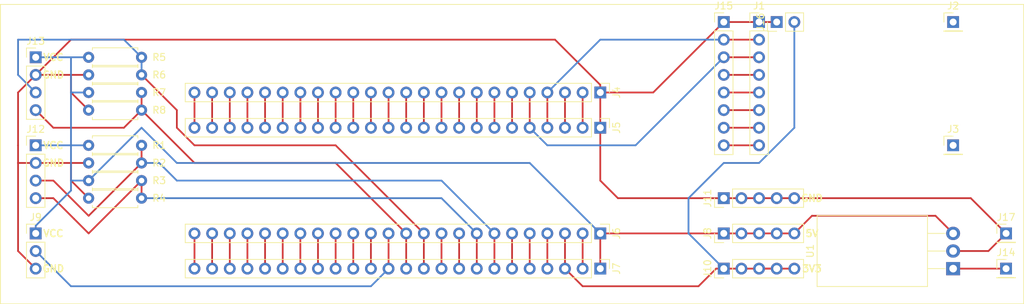
<source format=kicad_pcb>
(kicad_pcb (version 20171130) (host pcbnew "(5.1.4)-1")

  (general
    (thickness 1.6)
    (drawings 13)
    (tracks 167)
    (zones 0)
    (modules 26)
    (nets 55)
  )

  (page A4)
  (layers
    (0 F.Cu signal)
    (31 B.Cu signal)
    (32 B.Adhes user hide)
    (33 F.Adhes user hide)
    (34 B.Paste user hide)
    (35 F.Paste user hide)
    (36 B.SilkS user hide)
    (37 F.SilkS user)
    (38 B.Mask user)
    (39 F.Mask user hide)
    (40 Dwgs.User user hide)
    (41 Cmts.User user hide)
    (42 Eco1.User user hide)
    (43 Eco2.User user hide)
    (44 Edge.Cuts user hide)
    (45 Margin user)
    (46 B.CrtYd user hide)
    (47 F.CrtYd user)
    (48 B.Fab user hide)
    (49 F.Fab user hide)
  )

  (setup
    (last_trace_width 0.25)
    (trace_clearance 0.2)
    (zone_clearance 0.508)
    (zone_45_only no)
    (trace_min 0.2)
    (via_size 0.8)
    (via_drill 0.4)
    (via_min_size 0.4)
    (via_min_drill 0.3)
    (uvia_size 0.3)
    (uvia_drill 0.1)
    (uvias_allowed no)
    (uvia_min_size 0.2)
    (uvia_min_drill 0.1)
    (edge_width 0.05)
    (segment_width 0.2)
    (pcb_text_width 0.3)
    (pcb_text_size 1.5 1.5)
    (mod_edge_width 0.12)
    (mod_text_size 1 1)
    (mod_text_width 0.15)
    (pad_size 1.524 1.524)
    (pad_drill 0.762)
    (pad_to_mask_clearance 0.051)
    (solder_mask_min_width 0.25)
    (aux_axis_origin 0 0)
    (visible_elements 7FFFFFFF)
    (pcbplotparams
      (layerselection 0x010fc_ffffffff)
      (usegerberextensions false)
      (usegerberattributes false)
      (usegerberadvancedattributes false)
      (creategerberjobfile false)
      (excludeedgelayer true)
      (linewidth 0.100000)
      (plotframeref false)
      (viasonmask false)
      (mode 1)
      (useauxorigin false)
      (hpglpennumber 1)
      (hpglpenspeed 20)
      (hpglpendiameter 15.000000)
      (psnegative false)
      (psa4output false)
      (plotreference true)
      (plotvalue true)
      (plotinvisibletext false)
      (padsonsilk false)
      (subtractmaskfromsilk false)
      (outputformat 1)
      (mirror false)
      (drillshape 1)
      (scaleselection 1)
      (outputdirectory ""))
  )

  (net 0 "")
  (net 1 "Net-(J1-Pad1)")
  (net 2 "Net-(J1-Pad2)")
  (net 3 "Net-(J1-Pad3)")
  (net 4 "Net-(J1-Pad4)")
  (net 5 "Net-(J1-Pad5)")
  (net 6 "Net-(J10-Pad1)")
  (net 7 "Net-(J4-Pad2)")
  (net 8 "Net-(J4-Pad3)")
  (net 9 "Net-(J4-Pad6)")
  (net 10 "Net-(J4-Pad7)")
  (net 11 "Net-(J4-Pad8)")
  (net 12 "Net-(J4-Pad9)")
  (net 13 "Net-(J4-Pad10)")
  (net 14 "Net-(J4-Pad11)")
  (net 15 "Net-(J4-Pad12)")
  (net 16 "Net-(J4-Pad13)")
  (net 17 "Net-(J4-Pad14)")
  (net 18 "Net-(J6-Pad5)")
  (net 19 "Net-(J6-Pad4)")
  (net 20 "Net-(J6-Pad2)")
  (net 21 "Net-(J12-Pad1)")
  (net 22 "Net-(J6-Pad13)")
  (net 23 "Net-(J12-Pad3)")
  (net 24 "Net-(J1-Pad6)")
  (net 25 "Net-(J1-Pad7)")
  (net 26 "Net-(J1-Pad8)")
  (net 27 "Net-(J4-Pad24)")
  (net 28 "Net-(J4-Pad23)")
  (net 29 "Net-(J4-Pad22)")
  (net 30 "Net-(J4-Pad21)")
  (net 31 "Net-(J4-Pad20)")
  (net 32 "Net-(J4-Pad19)")
  (net 33 "Net-(J4-Pad18)")
  (net 34 "Net-(J4-Pad17)")
  (net 35 "Net-(J4-Pad16)")
  (net 36 "Net-(J4-Pad15)")
  (net 37 "Net-(J6-Pad6)")
  (net 38 "Net-(J6-Pad9)")
  (net 39 "Net-(J6-Pad10)")
  (net 40 "Net-(J6-Pad14)")
  (net 41 "Net-(J6-Pad15)")
  (net 42 "Net-(J6-Pad16)")
  (net 43 "Net-(J6-Pad17)")
  (net 44 "Net-(J6-Pad18)")
  (net 45 "Net-(J6-Pad19)")
  (net 46 "Net-(J6-Pad20)")
  (net 47 "Net-(J6-Pad21)")
  (net 48 "Net-(J6-Pad22)")
  (net 49 "Net-(J6-Pad23)")
  (net 50 "Net-(J6-Pad24)")
  (net 51 "Net-(J12-Pad4)")
  (net 52 "Net-(J13-Pad3)")
  (net 53 "Net-(J13-Pad4)")
  (net 54 "Net-(J14-Pad1)")

  (net_class Default "This is the default net class."
    (clearance 0.2)
    (trace_width 0.25)
    (via_dia 0.8)
    (via_drill 0.4)
    (uvia_dia 0.3)
    (uvia_drill 0.1)
    (add_net "Net-(J1-Pad1)")
    (add_net "Net-(J1-Pad2)")
    (add_net "Net-(J1-Pad3)")
    (add_net "Net-(J1-Pad4)")
    (add_net "Net-(J1-Pad5)")
    (add_net "Net-(J1-Pad6)")
    (add_net "Net-(J1-Pad7)")
    (add_net "Net-(J1-Pad8)")
    (add_net "Net-(J10-Pad1)")
    (add_net "Net-(J12-Pad1)")
    (add_net "Net-(J12-Pad3)")
    (add_net "Net-(J12-Pad4)")
    (add_net "Net-(J13-Pad3)")
    (add_net "Net-(J13-Pad4)")
    (add_net "Net-(J14-Pad1)")
    (add_net "Net-(J4-Pad10)")
    (add_net "Net-(J4-Pad11)")
    (add_net "Net-(J4-Pad12)")
    (add_net "Net-(J4-Pad13)")
    (add_net "Net-(J4-Pad14)")
    (add_net "Net-(J4-Pad15)")
    (add_net "Net-(J4-Pad16)")
    (add_net "Net-(J4-Pad17)")
    (add_net "Net-(J4-Pad18)")
    (add_net "Net-(J4-Pad19)")
    (add_net "Net-(J4-Pad2)")
    (add_net "Net-(J4-Pad20)")
    (add_net "Net-(J4-Pad21)")
    (add_net "Net-(J4-Pad22)")
    (add_net "Net-(J4-Pad23)")
    (add_net "Net-(J4-Pad24)")
    (add_net "Net-(J4-Pad3)")
    (add_net "Net-(J4-Pad6)")
    (add_net "Net-(J4-Pad7)")
    (add_net "Net-(J4-Pad8)")
    (add_net "Net-(J4-Pad9)")
    (add_net "Net-(J6-Pad10)")
    (add_net "Net-(J6-Pad13)")
    (add_net "Net-(J6-Pad14)")
    (add_net "Net-(J6-Pad15)")
    (add_net "Net-(J6-Pad16)")
    (add_net "Net-(J6-Pad17)")
    (add_net "Net-(J6-Pad18)")
    (add_net "Net-(J6-Pad19)")
    (add_net "Net-(J6-Pad2)")
    (add_net "Net-(J6-Pad20)")
    (add_net "Net-(J6-Pad21)")
    (add_net "Net-(J6-Pad22)")
    (add_net "Net-(J6-Pad23)")
    (add_net "Net-(J6-Pad24)")
    (add_net "Net-(J6-Pad4)")
    (add_net "Net-(J6-Pad5)")
    (add_net "Net-(J6-Pad6)")
    (add_net "Net-(J6-Pad9)")
  )

  (module Connector_PinHeader_2.54mm:PinHeader_1x04_P2.54mm_Vertical (layer F.Cu) (tedit 59FED5CC) (tstamp 5DCB8709)
    (at 66.04 88.9)
    (descr "Through hole straight pin header, 1x04, 2.54mm pitch, single row")
    (tags "Through hole pin header THT 1x04 2.54mm single row")
    (path /5DD1CAD9)
    (fp_text reference J12 (at 0 -2.33) (layer F.SilkS)
      (effects (font (size 1 1) (thickness 0.15)))
    )
    (fp_text value "Hall Effect" (at 0 9.95) (layer F.Fab)
      (effects (font (size 1 1) (thickness 0.15)))
    )
    (fp_line (start -0.635 -1.27) (end 1.27 -1.27) (layer F.Fab) (width 0.1))
    (fp_line (start 1.27 -1.27) (end 1.27 8.89) (layer F.Fab) (width 0.1))
    (fp_line (start 1.27 8.89) (end -1.27 8.89) (layer F.Fab) (width 0.1))
    (fp_line (start -1.27 8.89) (end -1.27 -0.635) (layer F.Fab) (width 0.1))
    (fp_line (start -1.27 -0.635) (end -0.635 -1.27) (layer F.Fab) (width 0.1))
    (fp_line (start -1.33 8.95) (end 1.33 8.95) (layer F.SilkS) (width 0.12))
    (fp_line (start -1.33 1.27) (end -1.33 8.95) (layer F.SilkS) (width 0.12))
    (fp_line (start 1.33 1.27) (end 1.33 8.95) (layer F.SilkS) (width 0.12))
    (fp_line (start -1.33 1.27) (end 1.33 1.27) (layer F.SilkS) (width 0.12))
    (fp_line (start -1.33 0) (end -1.33 -1.33) (layer F.SilkS) (width 0.12))
    (fp_line (start -1.33 -1.33) (end 0 -1.33) (layer F.SilkS) (width 0.12))
    (fp_line (start -1.8 -1.8) (end -1.8 9.4) (layer F.CrtYd) (width 0.05))
    (fp_line (start -1.8 9.4) (end 1.8 9.4) (layer F.CrtYd) (width 0.05))
    (fp_line (start 1.8 9.4) (end 1.8 -1.8) (layer F.CrtYd) (width 0.05))
    (fp_line (start 1.8 -1.8) (end -1.8 -1.8) (layer F.CrtYd) (width 0.05))
    (fp_text user %R (at 0 3.81 90) (layer F.Fab)
      (effects (font (size 1 1) (thickness 0.15)))
    )
    (pad 1 thru_hole rect (at 0 0) (size 1.7 1.7) (drill 1) (layers *.Cu *.Mask)
      (net 21 "Net-(J12-Pad1)"))
    (pad 2 thru_hole oval (at 0 2.54) (size 1.7 1.7) (drill 1) (layers *.Cu *.Mask)
      (net 1 "Net-(J1-Pad1)"))
    (pad 3 thru_hole oval (at 0 5.08) (size 1.7 1.7) (drill 1) (layers *.Cu *.Mask)
      (net 23 "Net-(J12-Pad3)"))
    (pad 4 thru_hole oval (at 0 7.62) (size 1.7 1.7) (drill 1) (layers *.Cu *.Mask)
      (net 51 "Net-(J12-Pad4)"))
    (model ${KISYS3DMOD}/Connector_PinHeader_2.54mm.3dshapes/PinHeader_1x04_P2.54mm_Vertical.wrl
      (at (xyz 0 0 0))
      (scale (xyz 1 1 1))
      (rotate (xyz 0 0 0))
    )
  )

  (module Connector_PinHeader_2.54mm:PinHeader_1x08_P2.54mm_Vertical (layer F.Cu) (tedit 59FED5CC) (tstamp 5DCB85A6)
    (at 170.18 71.12)
    (descr "Through hole straight pin header, 1x08, 2.54mm pitch, single row")
    (tags "Through hole pin header THT 1x08 2.54mm single row")
    (path /5DCE18DD)
    (fp_text reference J1 (at 0 -2.33) (layer F.SilkS)
      (effects (font (size 1 1) (thickness 0.15)))
    )
    (fp_text value "Motor Driver" (at 0 20.11) (layer F.Fab)
      (effects (font (size 1 1) (thickness 0.15)))
    )
    (fp_line (start -0.635 -1.27) (end 1.27 -1.27) (layer F.Fab) (width 0.1))
    (fp_line (start 1.27 -1.27) (end 1.27 19.05) (layer F.Fab) (width 0.1))
    (fp_line (start 1.27 19.05) (end -1.27 19.05) (layer F.Fab) (width 0.1))
    (fp_line (start -1.27 19.05) (end -1.27 -0.635) (layer F.Fab) (width 0.1))
    (fp_line (start -1.27 -0.635) (end -0.635 -1.27) (layer F.Fab) (width 0.1))
    (fp_line (start -1.33 19.11) (end 1.33 19.11) (layer F.SilkS) (width 0.12))
    (fp_line (start -1.33 1.27) (end -1.33 19.11) (layer F.SilkS) (width 0.12))
    (fp_line (start 1.33 1.27) (end 1.33 19.11) (layer F.SilkS) (width 0.12))
    (fp_line (start -1.33 1.27) (end 1.33 1.27) (layer F.SilkS) (width 0.12))
    (fp_line (start -1.33 0) (end -1.33 -1.33) (layer F.SilkS) (width 0.12))
    (fp_line (start -1.33 -1.33) (end 0 -1.33) (layer F.SilkS) (width 0.12))
    (fp_line (start -1.8 -1.8) (end -1.8 19.55) (layer F.CrtYd) (width 0.05))
    (fp_line (start -1.8 19.55) (end 1.8 19.55) (layer F.CrtYd) (width 0.05))
    (fp_line (start 1.8 19.55) (end 1.8 -1.8) (layer F.CrtYd) (width 0.05))
    (fp_line (start 1.8 -1.8) (end -1.8 -1.8) (layer F.CrtYd) (width 0.05))
    (fp_text user %R (at 0 8.89 90) (layer F.Fab)
      (effects (font (size 1 1) (thickness 0.15)))
    )
    (pad 1 thru_hole rect (at 0 0) (size 1.7 1.7) (drill 1) (layers *.Cu *.Mask)
      (net 1 "Net-(J1-Pad1)"))
    (pad 2 thru_hole oval (at 0 2.54) (size 1.7 1.7) (drill 1) (layers *.Cu *.Mask)
      (net 2 "Net-(J1-Pad2)"))
    (pad 3 thru_hole oval (at 0 5.08) (size 1.7 1.7) (drill 1) (layers *.Cu *.Mask)
      (net 3 "Net-(J1-Pad3)"))
    (pad 4 thru_hole oval (at 0 7.62) (size 1.7 1.7) (drill 1) (layers *.Cu *.Mask)
      (net 4 "Net-(J1-Pad4)"))
    (pad 5 thru_hole oval (at 0 10.16) (size 1.7 1.7) (drill 1) (layers *.Cu *.Mask)
      (net 5 "Net-(J1-Pad5)"))
    (pad 6 thru_hole oval (at 0 12.7) (size 1.7 1.7) (drill 1) (layers *.Cu *.Mask)
      (net 24 "Net-(J1-Pad6)"))
    (pad 7 thru_hole oval (at 0 15.24) (size 1.7 1.7) (drill 1) (layers *.Cu *.Mask)
      (net 25 "Net-(J1-Pad7)"))
    (pad 8 thru_hole oval (at 0 17.78) (size 1.7 1.7) (drill 1) (layers *.Cu *.Mask)
      (net 26 "Net-(J1-Pad8)"))
    (model ${KISYS3DMOD}/Connector_PinHeader_2.54mm.3dshapes/PinHeader_1x08_P2.54mm_Vertical.wrl
      (at (xyz 0 0 0))
      (scale (xyz 1 1 1))
      (rotate (xyz 0 0 0))
    )
  )

  (module Connector_PinHeader_2.54mm:PinHeader_1x01_P2.54mm_Vertical (layer F.Cu) (tedit 59FED5CC) (tstamp 5DCB85BB)
    (at 198.12 71.12)
    (descr "Through hole straight pin header, 1x01, 2.54mm pitch, single row")
    (tags "Through hole pin header THT 1x01 2.54mm single row")
    (path /5DCE29A1)
    (fp_text reference J2 (at 0 -2.33) (layer F.SilkS)
      (effects (font (size 1 1) (thickness 0.15)))
    )
    (fp_text value Conn_01x01 (at 0 2.33) (layer F.Fab)
      (effects (font (size 1 1) (thickness 0.15)))
    )
    (fp_line (start -0.635 -1.27) (end 1.27 -1.27) (layer F.Fab) (width 0.1))
    (fp_line (start 1.27 -1.27) (end 1.27 1.27) (layer F.Fab) (width 0.1))
    (fp_line (start 1.27 1.27) (end -1.27 1.27) (layer F.Fab) (width 0.1))
    (fp_line (start -1.27 1.27) (end -1.27 -0.635) (layer F.Fab) (width 0.1))
    (fp_line (start -1.27 -0.635) (end -0.635 -1.27) (layer F.Fab) (width 0.1))
    (fp_line (start -1.33 1.33) (end 1.33 1.33) (layer F.SilkS) (width 0.12))
    (fp_line (start -1.33 1.27) (end -1.33 1.33) (layer F.SilkS) (width 0.12))
    (fp_line (start 1.33 1.27) (end 1.33 1.33) (layer F.SilkS) (width 0.12))
    (fp_line (start -1.33 1.27) (end 1.33 1.27) (layer F.SilkS) (width 0.12))
    (fp_line (start -1.33 0) (end -1.33 -1.33) (layer F.SilkS) (width 0.12))
    (fp_line (start -1.33 -1.33) (end 0 -1.33) (layer F.SilkS) (width 0.12))
    (fp_line (start -1.8 -1.8) (end -1.8 1.8) (layer F.CrtYd) (width 0.05))
    (fp_line (start -1.8 1.8) (end 1.8 1.8) (layer F.CrtYd) (width 0.05))
    (fp_line (start 1.8 1.8) (end 1.8 -1.8) (layer F.CrtYd) (width 0.05))
    (fp_line (start 1.8 -1.8) (end -1.8 -1.8) (layer F.CrtYd) (width 0.05))
    (fp_text user %R (at 0 0 90) (layer F.Fab)
      (effects (font (size 1 1) (thickness 0.15)))
    )
    (pad 1 thru_hole rect (at 0 0) (size 1.7 1.7) (drill 1) (layers *.Cu *.Mask))
    (model ${KISYS3DMOD}/Connector_PinHeader_2.54mm.3dshapes/PinHeader_1x01_P2.54mm_Vertical.wrl
      (at (xyz 0 0 0))
      (scale (xyz 1 1 1))
      (rotate (xyz 0 0 0))
    )
  )

  (module Connector_PinHeader_2.54mm:PinHeader_1x01_P2.54mm_Vertical (layer F.Cu) (tedit 59FED5CC) (tstamp 5DCB85D0)
    (at 198.12 88.9)
    (descr "Through hole straight pin header, 1x01, 2.54mm pitch, single row")
    (tags "Through hole pin header THT 1x01 2.54mm single row")
    (path /5DCE4593)
    (fp_text reference J3 (at 0 -2.33) (layer F.SilkS)
      (effects (font (size 1 1) (thickness 0.15)))
    )
    (fp_text value Conn_01x01 (at 0 2.33) (layer F.Fab)
      (effects (font (size 1 1) (thickness 0.15)))
    )
    (fp_text user %R (at 0 0 90) (layer F.Fab)
      (effects (font (size 1 1) (thickness 0.15)))
    )
    (fp_line (start 1.8 -1.8) (end -1.8 -1.8) (layer F.CrtYd) (width 0.05))
    (fp_line (start 1.8 1.8) (end 1.8 -1.8) (layer F.CrtYd) (width 0.05))
    (fp_line (start -1.8 1.8) (end 1.8 1.8) (layer F.CrtYd) (width 0.05))
    (fp_line (start -1.8 -1.8) (end -1.8 1.8) (layer F.CrtYd) (width 0.05))
    (fp_line (start -1.33 -1.33) (end 0 -1.33) (layer F.SilkS) (width 0.12))
    (fp_line (start -1.33 0) (end -1.33 -1.33) (layer F.SilkS) (width 0.12))
    (fp_line (start -1.33 1.27) (end 1.33 1.27) (layer F.SilkS) (width 0.12))
    (fp_line (start 1.33 1.27) (end 1.33 1.33) (layer F.SilkS) (width 0.12))
    (fp_line (start -1.33 1.27) (end -1.33 1.33) (layer F.SilkS) (width 0.12))
    (fp_line (start -1.33 1.33) (end 1.33 1.33) (layer F.SilkS) (width 0.12))
    (fp_line (start -1.27 -0.635) (end -0.635 -1.27) (layer F.Fab) (width 0.1))
    (fp_line (start -1.27 1.27) (end -1.27 -0.635) (layer F.Fab) (width 0.1))
    (fp_line (start 1.27 1.27) (end -1.27 1.27) (layer F.Fab) (width 0.1))
    (fp_line (start 1.27 -1.27) (end 1.27 1.27) (layer F.Fab) (width 0.1))
    (fp_line (start -0.635 -1.27) (end 1.27 -1.27) (layer F.Fab) (width 0.1))
    (pad 1 thru_hole rect (at 0 0) (size 1.7 1.7) (drill 1) (layers *.Cu *.Mask))
    (model ${KISYS3DMOD}/Connector_PinHeader_2.54mm.3dshapes/PinHeader_1x01_P2.54mm_Vertical.wrl
      (at (xyz 0 0 0))
      (scale (xyz 1 1 1))
      (rotate (xyz 0 0 0))
    )
  )

  (module Connector_PinHeader_2.54mm:PinHeader_1x24_P2.54mm_Vertical (layer F.Cu) (tedit 59FED5CC) (tstamp 5DCB85FC)
    (at 147.32 81.28 270)
    (descr "Through hole straight pin header, 1x24, 2.54mm pitch, single row")
    (tags "Through hole pin header THT 1x24 2.54mm single row")
    (path /5DD21E75)
    (fp_text reference J4 (at 0 -2.33 90) (layer F.SilkS)
      (effects (font (size 1 1) (thickness 0.15)))
    )
    (fp_text value 1x24 (at 0 60.75 90) (layer F.Fab)
      (effects (font (size 1 1) (thickness 0.15)))
    )
    (fp_text user %R (at 0 29.21) (layer F.Fab)
      (effects (font (size 1 1) (thickness 0.15)))
    )
    (fp_line (start 1.8 -1.8) (end -1.8 -1.8) (layer F.CrtYd) (width 0.05))
    (fp_line (start 1.8 60.2) (end 1.8 -1.8) (layer F.CrtYd) (width 0.05))
    (fp_line (start -1.8 60.2) (end 1.8 60.2) (layer F.CrtYd) (width 0.05))
    (fp_line (start -1.8 -1.8) (end -1.8 60.2) (layer F.CrtYd) (width 0.05))
    (fp_line (start -1.33 -1.33) (end 0 -1.33) (layer F.SilkS) (width 0.12))
    (fp_line (start -1.33 0) (end -1.33 -1.33) (layer F.SilkS) (width 0.12))
    (fp_line (start -1.33 1.27) (end 1.33 1.27) (layer F.SilkS) (width 0.12))
    (fp_line (start 1.33 1.27) (end 1.33 59.75) (layer F.SilkS) (width 0.12))
    (fp_line (start -1.33 1.27) (end -1.33 59.75) (layer F.SilkS) (width 0.12))
    (fp_line (start -1.33 59.75) (end 1.33 59.75) (layer F.SilkS) (width 0.12))
    (fp_line (start -1.27 -0.635) (end -0.635 -1.27) (layer F.Fab) (width 0.1))
    (fp_line (start -1.27 59.69) (end -1.27 -0.635) (layer F.Fab) (width 0.1))
    (fp_line (start 1.27 59.69) (end -1.27 59.69) (layer F.Fab) (width 0.1))
    (fp_line (start 1.27 -1.27) (end 1.27 59.69) (layer F.Fab) (width 0.1))
    (fp_line (start -0.635 -1.27) (end 1.27 -1.27) (layer F.Fab) (width 0.1))
    (pad 24 thru_hole oval (at 0 58.42 270) (size 1.7 1.7) (drill 1) (layers *.Cu *.Mask)
      (net 27 "Net-(J4-Pad24)"))
    (pad 23 thru_hole oval (at 0 55.88 270) (size 1.7 1.7) (drill 1) (layers *.Cu *.Mask)
      (net 28 "Net-(J4-Pad23)"))
    (pad 22 thru_hole oval (at 0 53.34 270) (size 1.7 1.7) (drill 1) (layers *.Cu *.Mask)
      (net 29 "Net-(J4-Pad22)"))
    (pad 21 thru_hole oval (at 0 50.8 270) (size 1.7 1.7) (drill 1) (layers *.Cu *.Mask)
      (net 30 "Net-(J4-Pad21)"))
    (pad 20 thru_hole oval (at 0 48.26 270) (size 1.7 1.7) (drill 1) (layers *.Cu *.Mask)
      (net 31 "Net-(J4-Pad20)"))
    (pad 19 thru_hole oval (at 0 45.72 270) (size 1.7 1.7) (drill 1) (layers *.Cu *.Mask)
      (net 32 "Net-(J4-Pad19)"))
    (pad 18 thru_hole oval (at 0 43.18 270) (size 1.7 1.7) (drill 1) (layers *.Cu *.Mask)
      (net 33 "Net-(J4-Pad18)"))
    (pad 17 thru_hole oval (at 0 40.64 270) (size 1.7 1.7) (drill 1) (layers *.Cu *.Mask)
      (net 34 "Net-(J4-Pad17)"))
    (pad 16 thru_hole oval (at 0 38.1 270) (size 1.7 1.7) (drill 1) (layers *.Cu *.Mask)
      (net 35 "Net-(J4-Pad16)"))
    (pad 15 thru_hole oval (at 0 35.56 270) (size 1.7 1.7) (drill 1) (layers *.Cu *.Mask)
      (net 36 "Net-(J4-Pad15)"))
    (pad 14 thru_hole oval (at 0 33.02 270) (size 1.7 1.7) (drill 1) (layers *.Cu *.Mask)
      (net 17 "Net-(J4-Pad14)"))
    (pad 13 thru_hole oval (at 0 30.48 270) (size 1.7 1.7) (drill 1) (layers *.Cu *.Mask)
      (net 16 "Net-(J4-Pad13)"))
    (pad 12 thru_hole oval (at 0 27.94 270) (size 1.7 1.7) (drill 1) (layers *.Cu *.Mask)
      (net 15 "Net-(J4-Pad12)"))
    (pad 11 thru_hole oval (at 0 25.4 270) (size 1.7 1.7) (drill 1) (layers *.Cu *.Mask)
      (net 14 "Net-(J4-Pad11)"))
    (pad 10 thru_hole oval (at 0 22.86 270) (size 1.7 1.7) (drill 1) (layers *.Cu *.Mask)
      (net 13 "Net-(J4-Pad10)"))
    (pad 9 thru_hole oval (at 0 20.32 270) (size 1.7 1.7) (drill 1) (layers *.Cu *.Mask)
      (net 12 "Net-(J4-Pad9)"))
    (pad 8 thru_hole oval (at 0 17.78 270) (size 1.7 1.7) (drill 1) (layers *.Cu *.Mask)
      (net 11 "Net-(J4-Pad8)"))
    (pad 7 thru_hole oval (at 0 15.24 270) (size 1.7 1.7) (drill 1) (layers *.Cu *.Mask)
      (net 10 "Net-(J4-Pad7)"))
    (pad 6 thru_hole oval (at 0 12.7 270) (size 1.7 1.7) (drill 1) (layers *.Cu *.Mask)
      (net 9 "Net-(J4-Pad6)"))
    (pad 5 thru_hole oval (at 0 10.16 270) (size 1.7 1.7) (drill 1) (layers *.Cu *.Mask)
      (net 3 "Net-(J1-Pad3)"))
    (pad 4 thru_hole oval (at 0 7.62 270) (size 1.7 1.7) (drill 1) (layers *.Cu *.Mask)
      (net 2 "Net-(J1-Pad2)"))
    (pad 3 thru_hole oval (at 0 5.08 270) (size 1.7 1.7) (drill 1) (layers *.Cu *.Mask)
      (net 8 "Net-(J4-Pad3)"))
    (pad 2 thru_hole oval (at 0 2.54 270) (size 1.7 1.7) (drill 1) (layers *.Cu *.Mask)
      (net 7 "Net-(J4-Pad2)"))
    (pad 1 thru_hole rect (at 0 0 270) (size 1.7 1.7) (drill 1) (layers *.Cu *.Mask)
      (net 1 "Net-(J1-Pad1)"))
    (model ${KISYS3DMOD}/Connector_PinHeader_2.54mm.3dshapes/PinHeader_1x24_P2.54mm_Vertical.wrl
      (at (xyz 0 0 0))
      (scale (xyz 1 1 1))
      (rotate (xyz 0 0 0))
    )
  )

  (module Connector_PinHeader_2.54mm:PinHeader_1x24_P2.54mm_Vertical (layer F.Cu) (tedit 59FED5CC) (tstamp 5DCB8628)
    (at 147.32 86.36 270)
    (descr "Through hole straight pin header, 1x24, 2.54mm pitch, single row")
    (tags "Through hole pin header THT 1x24 2.54mm single row")
    (path /5DD20EDA)
    (fp_text reference J5 (at 0 -2.33 90) (layer F.SilkS)
      (effects (font (size 1 1) (thickness 0.15)))
    )
    (fp_text value "Teensy 3.6L" (at 0 60.75 90) (layer F.Fab)
      (effects (font (size 1 1) (thickness 0.15)))
    )
    (fp_line (start -0.635 -1.27) (end 1.27 -1.27) (layer F.Fab) (width 0.1))
    (fp_line (start 1.27 -1.27) (end 1.27 59.69) (layer F.Fab) (width 0.1))
    (fp_line (start 1.27 59.69) (end -1.27 59.69) (layer F.Fab) (width 0.1))
    (fp_line (start -1.27 59.69) (end -1.27 -0.635) (layer F.Fab) (width 0.1))
    (fp_line (start -1.27 -0.635) (end -0.635 -1.27) (layer F.Fab) (width 0.1))
    (fp_line (start -1.33 59.75) (end 1.33 59.75) (layer F.SilkS) (width 0.12))
    (fp_line (start -1.33 1.27) (end -1.33 59.75) (layer F.SilkS) (width 0.12))
    (fp_line (start 1.33 1.27) (end 1.33 59.75) (layer F.SilkS) (width 0.12))
    (fp_line (start -1.33 1.27) (end 1.33 1.27) (layer F.SilkS) (width 0.12))
    (fp_line (start -1.33 0) (end -1.33 -1.33) (layer F.SilkS) (width 0.12))
    (fp_line (start -1.33 -1.33) (end 0 -1.33) (layer F.SilkS) (width 0.12))
    (fp_line (start -1.8 -1.8) (end -1.8 60.2) (layer F.CrtYd) (width 0.05))
    (fp_line (start -1.8 60.2) (end 1.8 60.2) (layer F.CrtYd) (width 0.05))
    (fp_line (start 1.8 60.2) (end 1.8 -1.8) (layer F.CrtYd) (width 0.05))
    (fp_line (start 1.8 -1.8) (end -1.8 -1.8) (layer F.CrtYd) (width 0.05))
    (fp_text user %R (at 0 29.21) (layer F.Fab)
      (effects (font (size 1 1) (thickness 0.15)))
    )
    (pad 1 thru_hole rect (at 0 0 270) (size 1.7 1.7) (drill 1) (layers *.Cu *.Mask)
      (net 1 "Net-(J1-Pad1)"))
    (pad 2 thru_hole oval (at 0 2.54 270) (size 1.7 1.7) (drill 1) (layers *.Cu *.Mask)
      (net 7 "Net-(J4-Pad2)"))
    (pad 3 thru_hole oval (at 0 5.08 270) (size 1.7 1.7) (drill 1) (layers *.Cu *.Mask)
      (net 8 "Net-(J4-Pad3)"))
    (pad 4 thru_hole oval (at 0 7.62 270) (size 1.7 1.7) (drill 1) (layers *.Cu *.Mask)
      (net 2 "Net-(J1-Pad2)"))
    (pad 5 thru_hole oval (at 0 10.16 270) (size 1.7 1.7) (drill 1) (layers *.Cu *.Mask)
      (net 3 "Net-(J1-Pad3)"))
    (pad 6 thru_hole oval (at 0 12.7 270) (size 1.7 1.7) (drill 1) (layers *.Cu *.Mask)
      (net 9 "Net-(J4-Pad6)"))
    (pad 7 thru_hole oval (at 0 15.24 270) (size 1.7 1.7) (drill 1) (layers *.Cu *.Mask)
      (net 10 "Net-(J4-Pad7)"))
    (pad 8 thru_hole oval (at 0 17.78 270) (size 1.7 1.7) (drill 1) (layers *.Cu *.Mask)
      (net 11 "Net-(J4-Pad8)"))
    (pad 9 thru_hole oval (at 0 20.32 270) (size 1.7 1.7) (drill 1) (layers *.Cu *.Mask)
      (net 12 "Net-(J4-Pad9)"))
    (pad 10 thru_hole oval (at 0 22.86 270) (size 1.7 1.7) (drill 1) (layers *.Cu *.Mask)
      (net 13 "Net-(J4-Pad10)"))
    (pad 11 thru_hole oval (at 0 25.4 270) (size 1.7 1.7) (drill 1) (layers *.Cu *.Mask)
      (net 14 "Net-(J4-Pad11)"))
    (pad 12 thru_hole oval (at 0 27.94 270) (size 1.7 1.7) (drill 1) (layers *.Cu *.Mask)
      (net 15 "Net-(J4-Pad12)"))
    (pad 13 thru_hole oval (at 0 30.48 270) (size 1.7 1.7) (drill 1) (layers *.Cu *.Mask)
      (net 16 "Net-(J4-Pad13)"))
    (pad 14 thru_hole oval (at 0 33.02 270) (size 1.7 1.7) (drill 1) (layers *.Cu *.Mask)
      (net 17 "Net-(J4-Pad14)"))
    (pad 15 thru_hole oval (at 0 35.56 270) (size 1.7 1.7) (drill 1) (layers *.Cu *.Mask)
      (net 36 "Net-(J4-Pad15)"))
    (pad 16 thru_hole oval (at 0 38.1 270) (size 1.7 1.7) (drill 1) (layers *.Cu *.Mask)
      (net 35 "Net-(J4-Pad16)"))
    (pad 17 thru_hole oval (at 0 40.64 270) (size 1.7 1.7) (drill 1) (layers *.Cu *.Mask)
      (net 34 "Net-(J4-Pad17)"))
    (pad 18 thru_hole oval (at 0 43.18 270) (size 1.7 1.7) (drill 1) (layers *.Cu *.Mask)
      (net 33 "Net-(J4-Pad18)"))
    (pad 19 thru_hole oval (at 0 45.72 270) (size 1.7 1.7) (drill 1) (layers *.Cu *.Mask)
      (net 32 "Net-(J4-Pad19)"))
    (pad 20 thru_hole oval (at 0 48.26 270) (size 1.7 1.7) (drill 1) (layers *.Cu *.Mask)
      (net 31 "Net-(J4-Pad20)"))
    (pad 21 thru_hole oval (at 0 50.8 270) (size 1.7 1.7) (drill 1) (layers *.Cu *.Mask)
      (net 30 "Net-(J4-Pad21)"))
    (pad 22 thru_hole oval (at 0 53.34 270) (size 1.7 1.7) (drill 1) (layers *.Cu *.Mask)
      (net 29 "Net-(J4-Pad22)"))
    (pad 23 thru_hole oval (at 0 55.88 270) (size 1.7 1.7) (drill 1) (layers *.Cu *.Mask)
      (net 28 "Net-(J4-Pad23)"))
    (pad 24 thru_hole oval (at 0 58.42 270) (size 1.7 1.7) (drill 1) (layers *.Cu *.Mask)
      (net 27 "Net-(J4-Pad24)"))
    (model ${KISYS3DMOD}/Connector_PinHeader_2.54mm.3dshapes/PinHeader_1x24_P2.54mm_Vertical.wrl
      (at (xyz 0 0 0))
      (scale (xyz 1 1 1))
      (rotate (xyz 0 0 0))
    )
  )

  (module Connector_PinHeader_2.54mm:PinHeader_1x24_P2.54mm_Vertical (layer F.Cu) (tedit 59FED5CC) (tstamp 5DCB8654)
    (at 147.32 101.6 270)
    (descr "Through hole straight pin header, 1x24, 2.54mm pitch, single row")
    (tags "Through hole pin header THT 1x24 2.54mm single row")
    (path /5DD23B4D)
    (fp_text reference J6 (at 0 -2.33 90) (layer F.SilkS)
      (effects (font (size 1 1) (thickness 0.15)))
    )
    (fp_text value "Teensy 3.6R" (at 0 60.75 90) (layer F.Fab)
      (effects (font (size 1 1) (thickness 0.15)))
    )
    (fp_line (start -0.635 -1.27) (end 1.27 -1.27) (layer F.Fab) (width 0.1))
    (fp_line (start 1.27 -1.27) (end 1.27 59.69) (layer F.Fab) (width 0.1))
    (fp_line (start 1.27 59.69) (end -1.27 59.69) (layer F.Fab) (width 0.1))
    (fp_line (start -1.27 59.69) (end -1.27 -0.635) (layer F.Fab) (width 0.1))
    (fp_line (start -1.27 -0.635) (end -0.635 -1.27) (layer F.Fab) (width 0.1))
    (fp_line (start -1.33 59.75) (end 1.33 59.75) (layer F.SilkS) (width 0.12))
    (fp_line (start -1.33 1.27) (end -1.33 59.75) (layer F.SilkS) (width 0.12))
    (fp_line (start 1.33 1.27) (end 1.33 59.75) (layer F.SilkS) (width 0.12))
    (fp_line (start -1.33 1.27) (end 1.33 1.27) (layer F.SilkS) (width 0.12))
    (fp_line (start -1.33 0) (end -1.33 -1.33) (layer F.SilkS) (width 0.12))
    (fp_line (start -1.33 -1.33) (end 0 -1.33) (layer F.SilkS) (width 0.12))
    (fp_line (start -1.8 -1.8) (end -1.8 60.2) (layer F.CrtYd) (width 0.05))
    (fp_line (start -1.8 60.2) (end 1.8 60.2) (layer F.CrtYd) (width 0.05))
    (fp_line (start 1.8 60.2) (end 1.8 -1.8) (layer F.CrtYd) (width 0.05))
    (fp_line (start 1.8 -1.8) (end -1.8 -1.8) (layer F.CrtYd) (width 0.05))
    (fp_text user %R (at 0 29.21) (layer F.Fab)
      (effects (font (size 1 1) (thickness 0.15)))
    )
    (pad 1 thru_hole rect (at 0 0 270) (size 1.7 1.7) (drill 1) (layers *.Cu *.Mask)
      (net 21 "Net-(J12-Pad1)"))
    (pad 2 thru_hole oval (at 0 2.54 270) (size 1.7 1.7) (drill 1) (layers *.Cu *.Mask)
      (net 20 "Net-(J6-Pad2)"))
    (pad 3 thru_hole oval (at 0 5.08 270) (size 1.7 1.7) (drill 1) (layers *.Cu *.Mask)
      (net 6 "Net-(J10-Pad1)"))
    (pad 4 thru_hole oval (at 0 7.62 270) (size 1.7 1.7) (drill 1) (layers *.Cu *.Mask)
      (net 19 "Net-(J6-Pad4)"))
    (pad 5 thru_hole oval (at 0 10.16 270) (size 1.7 1.7) (drill 1) (layers *.Cu *.Mask)
      (net 18 "Net-(J6-Pad5)"))
    (pad 6 thru_hole oval (at 0 12.7 270) (size 1.7 1.7) (drill 1) (layers *.Cu *.Mask)
      (net 37 "Net-(J6-Pad6)"))
    (pad 7 thru_hole oval (at 0 15.24 270) (size 1.7 1.7) (drill 1) (layers *.Cu *.Mask)
      (net 23 "Net-(J12-Pad3)"))
    (pad 8 thru_hole oval (at 0 17.78 270) (size 1.7 1.7) (drill 1) (layers *.Cu *.Mask)
      (net 51 "Net-(J12-Pad4)"))
    (pad 9 thru_hole oval (at 0 20.32 270) (size 1.7 1.7) (drill 1) (layers *.Cu *.Mask)
      (net 38 "Net-(J6-Pad9)"))
    (pad 10 thru_hole oval (at 0 22.86 270) (size 1.7 1.7) (drill 1) (layers *.Cu *.Mask)
      (net 39 "Net-(J6-Pad10)"))
    (pad 11 thru_hole oval (at 0 25.4 270) (size 1.7 1.7) (drill 1) (layers *.Cu *.Mask)
      (net 52 "Net-(J13-Pad3)"))
    (pad 12 thru_hole oval (at 0 27.94 270) (size 1.7 1.7) (drill 1) (layers *.Cu *.Mask)
      (net 53 "Net-(J13-Pad4)"))
    (pad 13 thru_hole oval (at 0 30.48 270) (size 1.7 1.7) (drill 1) (layers *.Cu *.Mask)
      (net 22 "Net-(J6-Pad13)"))
    (pad 14 thru_hole oval (at 0 33.02 270) (size 1.7 1.7) (drill 1) (layers *.Cu *.Mask)
      (net 40 "Net-(J6-Pad14)"))
    (pad 15 thru_hole oval (at 0 35.56 270) (size 1.7 1.7) (drill 1) (layers *.Cu *.Mask)
      (net 41 "Net-(J6-Pad15)"))
    (pad 16 thru_hole oval (at 0 38.1 270) (size 1.7 1.7) (drill 1) (layers *.Cu *.Mask)
      (net 42 "Net-(J6-Pad16)"))
    (pad 17 thru_hole oval (at 0 40.64 270) (size 1.7 1.7) (drill 1) (layers *.Cu *.Mask)
      (net 43 "Net-(J6-Pad17)"))
    (pad 18 thru_hole oval (at 0 43.18 270) (size 1.7 1.7) (drill 1) (layers *.Cu *.Mask)
      (net 44 "Net-(J6-Pad18)"))
    (pad 19 thru_hole oval (at 0 45.72 270) (size 1.7 1.7) (drill 1) (layers *.Cu *.Mask)
      (net 45 "Net-(J6-Pad19)"))
    (pad 20 thru_hole oval (at 0 48.26 270) (size 1.7 1.7) (drill 1) (layers *.Cu *.Mask)
      (net 46 "Net-(J6-Pad20)"))
    (pad 21 thru_hole oval (at 0 50.8 270) (size 1.7 1.7) (drill 1) (layers *.Cu *.Mask)
      (net 47 "Net-(J6-Pad21)"))
    (pad 22 thru_hole oval (at 0 53.34 270) (size 1.7 1.7) (drill 1) (layers *.Cu *.Mask)
      (net 48 "Net-(J6-Pad22)"))
    (pad 23 thru_hole oval (at 0 55.88 270) (size 1.7 1.7) (drill 1) (layers *.Cu *.Mask)
      (net 49 "Net-(J6-Pad23)"))
    (pad 24 thru_hole oval (at 0 58.42 270) (size 1.7 1.7) (drill 1) (layers *.Cu *.Mask)
      (net 50 "Net-(J6-Pad24)"))
    (model ${KISYS3DMOD}/Connector_PinHeader_2.54mm.3dshapes/PinHeader_1x24_P2.54mm_Vertical.wrl
      (at (xyz 0 0 0))
      (scale (xyz 1 1 1))
      (rotate (xyz 0 0 0))
    )
  )

  (module Connector_PinHeader_2.54mm:PinHeader_1x24_P2.54mm_Vertical (layer F.Cu) (tedit 59FED5CC) (tstamp 5DCB8680)
    (at 147.32 106.68 270)
    (descr "Through hole straight pin header, 1x24, 2.54mm pitch, single row")
    (tags "Through hole pin header THT 1x24 2.54mm single row")
    (path /5DD26121)
    (fp_text reference J7 (at 0 -2.33 90) (layer F.SilkS)
      (effects (font (size 1 1) (thickness 0.15)))
    )
    (fp_text value 1x24 (at 0 60.75 90) (layer F.Fab)
      (effects (font (size 1 1) (thickness 0.15)))
    )
    (fp_text user %R (at 0 29.21) (layer F.Fab)
      (effects (font (size 1 1) (thickness 0.15)))
    )
    (fp_line (start 1.8 -1.8) (end -1.8 -1.8) (layer F.CrtYd) (width 0.05))
    (fp_line (start 1.8 60.2) (end 1.8 -1.8) (layer F.CrtYd) (width 0.05))
    (fp_line (start -1.8 60.2) (end 1.8 60.2) (layer F.CrtYd) (width 0.05))
    (fp_line (start -1.8 -1.8) (end -1.8 60.2) (layer F.CrtYd) (width 0.05))
    (fp_line (start -1.33 -1.33) (end 0 -1.33) (layer F.SilkS) (width 0.12))
    (fp_line (start -1.33 0) (end -1.33 -1.33) (layer F.SilkS) (width 0.12))
    (fp_line (start -1.33 1.27) (end 1.33 1.27) (layer F.SilkS) (width 0.12))
    (fp_line (start 1.33 1.27) (end 1.33 59.75) (layer F.SilkS) (width 0.12))
    (fp_line (start -1.33 1.27) (end -1.33 59.75) (layer F.SilkS) (width 0.12))
    (fp_line (start -1.33 59.75) (end 1.33 59.75) (layer F.SilkS) (width 0.12))
    (fp_line (start -1.27 -0.635) (end -0.635 -1.27) (layer F.Fab) (width 0.1))
    (fp_line (start -1.27 59.69) (end -1.27 -0.635) (layer F.Fab) (width 0.1))
    (fp_line (start 1.27 59.69) (end -1.27 59.69) (layer F.Fab) (width 0.1))
    (fp_line (start 1.27 -1.27) (end 1.27 59.69) (layer F.Fab) (width 0.1))
    (fp_line (start -0.635 -1.27) (end 1.27 -1.27) (layer F.Fab) (width 0.1))
    (pad 24 thru_hole oval (at 0 58.42 270) (size 1.7 1.7) (drill 1) (layers *.Cu *.Mask)
      (net 50 "Net-(J6-Pad24)"))
    (pad 23 thru_hole oval (at 0 55.88 270) (size 1.7 1.7) (drill 1) (layers *.Cu *.Mask)
      (net 49 "Net-(J6-Pad23)"))
    (pad 22 thru_hole oval (at 0 53.34 270) (size 1.7 1.7) (drill 1) (layers *.Cu *.Mask)
      (net 48 "Net-(J6-Pad22)"))
    (pad 21 thru_hole oval (at 0 50.8 270) (size 1.7 1.7) (drill 1) (layers *.Cu *.Mask)
      (net 47 "Net-(J6-Pad21)"))
    (pad 20 thru_hole oval (at 0 48.26 270) (size 1.7 1.7) (drill 1) (layers *.Cu *.Mask)
      (net 46 "Net-(J6-Pad20)"))
    (pad 19 thru_hole oval (at 0 45.72 270) (size 1.7 1.7) (drill 1) (layers *.Cu *.Mask)
      (net 45 "Net-(J6-Pad19)"))
    (pad 18 thru_hole oval (at 0 43.18 270) (size 1.7 1.7) (drill 1) (layers *.Cu *.Mask)
      (net 44 "Net-(J6-Pad18)"))
    (pad 17 thru_hole oval (at 0 40.64 270) (size 1.7 1.7) (drill 1) (layers *.Cu *.Mask)
      (net 43 "Net-(J6-Pad17)"))
    (pad 16 thru_hole oval (at 0 38.1 270) (size 1.7 1.7) (drill 1) (layers *.Cu *.Mask)
      (net 42 "Net-(J6-Pad16)"))
    (pad 15 thru_hole oval (at 0 35.56 270) (size 1.7 1.7) (drill 1) (layers *.Cu *.Mask)
      (net 41 "Net-(J6-Pad15)"))
    (pad 14 thru_hole oval (at 0 33.02 270) (size 1.7 1.7) (drill 1) (layers *.Cu *.Mask)
      (net 40 "Net-(J6-Pad14)"))
    (pad 13 thru_hole oval (at 0 30.48 270) (size 1.7 1.7) (drill 1) (layers *.Cu *.Mask)
      (net 22 "Net-(J6-Pad13)"))
    (pad 12 thru_hole oval (at 0 27.94 270) (size 1.7 1.7) (drill 1) (layers *.Cu *.Mask)
      (net 53 "Net-(J13-Pad4)"))
    (pad 11 thru_hole oval (at 0 25.4 270) (size 1.7 1.7) (drill 1) (layers *.Cu *.Mask)
      (net 52 "Net-(J13-Pad3)"))
    (pad 10 thru_hole oval (at 0 22.86 270) (size 1.7 1.7) (drill 1) (layers *.Cu *.Mask)
      (net 39 "Net-(J6-Pad10)"))
    (pad 9 thru_hole oval (at 0 20.32 270) (size 1.7 1.7) (drill 1) (layers *.Cu *.Mask)
      (net 38 "Net-(J6-Pad9)"))
    (pad 8 thru_hole oval (at 0 17.78 270) (size 1.7 1.7) (drill 1) (layers *.Cu *.Mask)
      (net 51 "Net-(J12-Pad4)"))
    (pad 7 thru_hole oval (at 0 15.24 270) (size 1.7 1.7) (drill 1) (layers *.Cu *.Mask)
      (net 23 "Net-(J12-Pad3)"))
    (pad 6 thru_hole oval (at 0 12.7 270) (size 1.7 1.7) (drill 1) (layers *.Cu *.Mask)
      (net 37 "Net-(J6-Pad6)"))
    (pad 5 thru_hole oval (at 0 10.16 270) (size 1.7 1.7) (drill 1) (layers *.Cu *.Mask)
      (net 18 "Net-(J6-Pad5)"))
    (pad 4 thru_hole oval (at 0 7.62 270) (size 1.7 1.7) (drill 1) (layers *.Cu *.Mask)
      (net 19 "Net-(J6-Pad4)"))
    (pad 3 thru_hole oval (at 0 5.08 270) (size 1.7 1.7) (drill 1) (layers *.Cu *.Mask)
      (net 6 "Net-(J10-Pad1)"))
    (pad 2 thru_hole oval (at 0 2.54 270) (size 1.7 1.7) (drill 1) (layers *.Cu *.Mask)
      (net 20 "Net-(J6-Pad2)"))
    (pad 1 thru_hole rect (at 0 0 270) (size 1.7 1.7) (drill 1) (layers *.Cu *.Mask)
      (net 21 "Net-(J12-Pad1)"))
    (model ${KISYS3DMOD}/Connector_PinHeader_2.54mm.3dshapes/PinHeader_1x24_P2.54mm_Vertical.wrl
      (at (xyz 0 0 0))
      (scale (xyz 1 1 1))
      (rotate (xyz 0 0 0))
    )
  )

  (module Connector_PinHeader_2.54mm:PinHeader_1x03_P2.54mm_Vertical (layer F.Cu) (tedit 59FED5CC) (tstamp 5DCB86B5)
    (at 66.04 101.6)
    (descr "Through hole straight pin header, 1x03, 2.54mm pitch, single row")
    (tags "Through hole pin header THT 1x03 2.54mm single row")
    (path /5DAA6682)
    (fp_text reference J9 (at 0 -2.33) (layer F.SilkS)
      (effects (font (size 1 1) (thickness 0.15)))
    )
    (fp_text value LDS (at 0 7.41) (layer F.Fab)
      (effects (font (size 1 1) (thickness 0.15)))
    )
    (fp_line (start -0.635 -1.27) (end 1.27 -1.27) (layer F.Fab) (width 0.1))
    (fp_line (start 1.27 -1.27) (end 1.27 6.35) (layer F.Fab) (width 0.1))
    (fp_line (start 1.27 6.35) (end -1.27 6.35) (layer F.Fab) (width 0.1))
    (fp_line (start -1.27 6.35) (end -1.27 -0.635) (layer F.Fab) (width 0.1))
    (fp_line (start -1.27 -0.635) (end -0.635 -1.27) (layer F.Fab) (width 0.1))
    (fp_line (start -1.33 6.41) (end 1.33 6.41) (layer F.SilkS) (width 0.12))
    (fp_line (start -1.33 1.27) (end -1.33 6.41) (layer F.SilkS) (width 0.12))
    (fp_line (start 1.33 1.27) (end 1.33 6.41) (layer F.SilkS) (width 0.12))
    (fp_line (start -1.33 1.27) (end 1.33 1.27) (layer F.SilkS) (width 0.12))
    (fp_line (start -1.33 0) (end -1.33 -1.33) (layer F.SilkS) (width 0.12))
    (fp_line (start -1.33 -1.33) (end 0 -1.33) (layer F.SilkS) (width 0.12))
    (fp_line (start -1.8 -1.8) (end -1.8 6.85) (layer F.CrtYd) (width 0.05))
    (fp_line (start -1.8 6.85) (end 1.8 6.85) (layer F.CrtYd) (width 0.05))
    (fp_line (start 1.8 6.85) (end 1.8 -1.8) (layer F.CrtYd) (width 0.05))
    (fp_line (start 1.8 -1.8) (end -1.8 -1.8) (layer F.CrtYd) (width 0.05))
    (fp_text user %R (at 0 2.54 90) (layer F.Fab)
      (effects (font (size 1 1) (thickness 0.15)))
    )
    (pad 1 thru_hole rect (at 0 0) (size 1.7 1.7) (drill 1) (layers *.Cu *.Mask)
      (net 21 "Net-(J12-Pad1)"))
    (pad 2 thru_hole oval (at 0 2.54) (size 1.7 1.7) (drill 1) (layers *.Cu *.Mask)
      (net 22 "Net-(J6-Pad13)"))
    (pad 3 thru_hole oval (at 0 5.08) (size 1.7 1.7) (drill 1) (layers *.Cu *.Mask)
      (net 1 "Net-(J1-Pad1)"))
    (model ${KISYS3DMOD}/Connector_PinHeader_2.54mm.3dshapes/PinHeader_1x03_P2.54mm_Vertical.wrl
      (at (xyz 0 0 0))
      (scale (xyz 1 1 1))
      (rotate (xyz 0 0 0))
    )
  )

  (module Connector_PinHeader_2.54mm:PinHeader_1x08_P2.54mm_Vertical (layer F.Cu) (tedit 59FED5CC) (tstamp 5DCB875D)
    (at 165.1 71.12)
    (descr "Through hole straight pin header, 1x08, 2.54mm pitch, single row")
    (tags "Through hole pin header THT 1x08 2.54mm single row")
    (path /5DDF828E)
    (fp_text reference J15 (at 0 -2.33) (layer F.SilkS)
      (effects (font (size 1 1) (thickness 0.15)))
    )
    (fp_text value Conn_01x08 (at 0 20.11) (layer F.Fab)
      (effects (font (size 1 1) (thickness 0.15)))
    )
    (fp_text user %R (at 0 8.89 90) (layer F.Fab)
      (effects (font (size 1 1) (thickness 0.15)))
    )
    (fp_line (start 1.8 -1.8) (end -1.8 -1.8) (layer F.CrtYd) (width 0.05))
    (fp_line (start 1.8 19.55) (end 1.8 -1.8) (layer F.CrtYd) (width 0.05))
    (fp_line (start -1.8 19.55) (end 1.8 19.55) (layer F.CrtYd) (width 0.05))
    (fp_line (start -1.8 -1.8) (end -1.8 19.55) (layer F.CrtYd) (width 0.05))
    (fp_line (start -1.33 -1.33) (end 0 -1.33) (layer F.SilkS) (width 0.12))
    (fp_line (start -1.33 0) (end -1.33 -1.33) (layer F.SilkS) (width 0.12))
    (fp_line (start -1.33 1.27) (end 1.33 1.27) (layer F.SilkS) (width 0.12))
    (fp_line (start 1.33 1.27) (end 1.33 19.11) (layer F.SilkS) (width 0.12))
    (fp_line (start -1.33 1.27) (end -1.33 19.11) (layer F.SilkS) (width 0.12))
    (fp_line (start -1.33 19.11) (end 1.33 19.11) (layer F.SilkS) (width 0.12))
    (fp_line (start -1.27 -0.635) (end -0.635 -1.27) (layer F.Fab) (width 0.1))
    (fp_line (start -1.27 19.05) (end -1.27 -0.635) (layer F.Fab) (width 0.1))
    (fp_line (start 1.27 19.05) (end -1.27 19.05) (layer F.Fab) (width 0.1))
    (fp_line (start 1.27 -1.27) (end 1.27 19.05) (layer F.Fab) (width 0.1))
    (fp_line (start -0.635 -1.27) (end 1.27 -1.27) (layer F.Fab) (width 0.1))
    (pad 8 thru_hole oval (at 0 17.78) (size 1.7 1.7) (drill 1) (layers *.Cu *.Mask)
      (net 26 "Net-(J1-Pad8)"))
    (pad 7 thru_hole oval (at 0 15.24) (size 1.7 1.7) (drill 1) (layers *.Cu *.Mask)
      (net 25 "Net-(J1-Pad7)"))
    (pad 6 thru_hole oval (at 0 12.7) (size 1.7 1.7) (drill 1) (layers *.Cu *.Mask)
      (net 24 "Net-(J1-Pad6)"))
    (pad 5 thru_hole oval (at 0 10.16) (size 1.7 1.7) (drill 1) (layers *.Cu *.Mask)
      (net 5 "Net-(J1-Pad5)"))
    (pad 4 thru_hole oval (at 0 7.62) (size 1.7 1.7) (drill 1) (layers *.Cu *.Mask)
      (net 4 "Net-(J1-Pad4)"))
    (pad 3 thru_hole oval (at 0 5.08) (size 1.7 1.7) (drill 1) (layers *.Cu *.Mask)
      (net 3 "Net-(J1-Pad3)"))
    (pad 2 thru_hole oval (at 0 2.54) (size 1.7 1.7) (drill 1) (layers *.Cu *.Mask)
      (net 2 "Net-(J1-Pad2)"))
    (pad 1 thru_hole rect (at 0 0) (size 1.7 1.7) (drill 1) (layers *.Cu *.Mask)
      (net 1 "Net-(J1-Pad1)"))
    (model ${KISYS3DMOD}/Connector_PinHeader_2.54mm.3dshapes/PinHeader_1x08_P2.54mm_Vertical.wrl
      (at (xyz 0 0 0))
      (scale (xyz 1 1 1))
      (rotate (xyz 0 0 0))
    )
  )

  (module Resistor_THT:R_Axial_DIN0207_L6.3mm_D2.5mm_P7.62mm_Horizontal (layer F.Cu) (tedit 5AE5139B) (tstamp 5DCB87A5)
    (at 81.28 88.9 180)
    (descr "Resistor, Axial_DIN0207 series, Axial, Horizontal, pin pitch=7.62mm, 0.25W = 1/4W, length*diameter=6.3*2.5mm^2, http://cdn-reichelt.de/documents/datenblatt/B400/1_4W%23YAG.pdf")
    (tags "Resistor Axial_DIN0207 series Axial Horizontal pin pitch 7.62mm 0.25W = 1/4W length 6.3mm diameter 2.5mm")
    (path /5DD2BDB5)
    (fp_text reference R1 (at -2.54 0) (layer F.SilkS)
      (effects (font (size 1 1) (thickness 0.15)))
    )
    (fp_text value 5.1k (at 10.16 0) (layer F.Fab)
      (effects (font (size 1 1) (thickness 0.15)))
    )
    (fp_text user %R (at 3.81 0) (layer F.Fab)
      (effects (font (size 1 1) (thickness 0.15)))
    )
    (fp_line (start 8.67 -1.5) (end -1.05 -1.5) (layer F.CrtYd) (width 0.05))
    (fp_line (start 8.67 1.5) (end 8.67 -1.5) (layer F.CrtYd) (width 0.05))
    (fp_line (start -1.05 1.5) (end 8.67 1.5) (layer F.CrtYd) (width 0.05))
    (fp_line (start -1.05 -1.5) (end -1.05 1.5) (layer F.CrtYd) (width 0.05))
    (fp_line (start 7.08 1.37) (end 7.08 1.04) (layer F.SilkS) (width 0.12))
    (fp_line (start 0.54 1.37) (end 7.08 1.37) (layer F.SilkS) (width 0.12))
    (fp_line (start 0.54 1.04) (end 0.54 1.37) (layer F.SilkS) (width 0.12))
    (fp_line (start 7.08 -1.37) (end 7.08 -1.04) (layer F.SilkS) (width 0.12))
    (fp_line (start 0.54 -1.37) (end 7.08 -1.37) (layer F.SilkS) (width 0.12))
    (fp_line (start 0.54 -1.04) (end 0.54 -1.37) (layer F.SilkS) (width 0.12))
    (fp_line (start 7.62 0) (end 6.96 0) (layer F.Fab) (width 0.1))
    (fp_line (start 0 0) (end 0.66 0) (layer F.Fab) (width 0.1))
    (fp_line (start 6.96 -1.25) (end 0.66 -1.25) (layer F.Fab) (width 0.1))
    (fp_line (start 6.96 1.25) (end 6.96 -1.25) (layer F.Fab) (width 0.1))
    (fp_line (start 0.66 1.25) (end 6.96 1.25) (layer F.Fab) (width 0.1))
    (fp_line (start 0.66 -1.25) (end 0.66 1.25) (layer F.Fab) (width 0.1))
    (pad 2 thru_hole oval (at 7.62 0 180) (size 1.6 1.6) (drill 0.8) (layers *.Cu *.Mask)
      (net 21 "Net-(J12-Pad1)"))
    (pad 1 thru_hole circle (at 0 0 180) (size 1.6 1.6) (drill 0.8) (layers *.Cu *.Mask)
      (net 23 "Net-(J12-Pad3)"))
    (model ${KISYS3DMOD}/Resistor_THT.3dshapes/R_Axial_DIN0207_L6.3mm_D2.5mm_P7.62mm_Horizontal.wrl
      (at (xyz 0 0 0))
      (scale (xyz 1 1 1))
      (rotate (xyz 0 0 0))
    )
  )

  (module Resistor_THT:R_Axial_DIN0207_L6.3mm_D2.5mm_P7.62mm_Horizontal (layer F.Cu) (tedit 5AE5139B) (tstamp 5DCB9D98)
    (at 81.28 91.44 180)
    (descr "Resistor, Axial_DIN0207 series, Axial, Horizontal, pin pitch=7.62mm, 0.25W = 1/4W, length*diameter=6.3*2.5mm^2, http://cdn-reichelt.de/documents/datenblatt/B400/1_4W%23YAG.pdf")
    (tags "Resistor Axial_DIN0207 series Axial Horizontal pin pitch 7.62mm 0.25W = 1/4W length 6.3mm diameter 2.5mm")
    (path /5DD2B190)
    (fp_text reference R2 (at -2.54 0) (layer F.SilkS)
      (effects (font (size 1 1) (thickness 0.15)))
    )
    (fp_text value 8.2k (at 10.16 0) (layer F.Fab)
      (effects (font (size 1 1) (thickness 0.15)))
    )
    (fp_line (start 0.66 -1.25) (end 0.66 1.25) (layer F.Fab) (width 0.1))
    (fp_line (start 0.66 1.25) (end 6.96 1.25) (layer F.Fab) (width 0.1))
    (fp_line (start 6.96 1.25) (end 6.96 -1.25) (layer F.Fab) (width 0.1))
    (fp_line (start 6.96 -1.25) (end 0.66 -1.25) (layer F.Fab) (width 0.1))
    (fp_line (start 0 0) (end 0.66 0) (layer F.Fab) (width 0.1))
    (fp_line (start 7.62 0) (end 6.96 0) (layer F.Fab) (width 0.1))
    (fp_line (start 0.54 -1.04) (end 0.54 -1.37) (layer F.SilkS) (width 0.12))
    (fp_line (start 0.54 -1.37) (end 7.08 -1.37) (layer F.SilkS) (width 0.12))
    (fp_line (start 7.08 -1.37) (end 7.08 -1.04) (layer F.SilkS) (width 0.12))
    (fp_line (start 0.54 1.04) (end 0.54 1.37) (layer F.SilkS) (width 0.12))
    (fp_line (start 0.54 1.37) (end 7.08 1.37) (layer F.SilkS) (width 0.12))
    (fp_line (start 7.08 1.37) (end 7.08 1.04) (layer F.SilkS) (width 0.12))
    (fp_line (start -1.05 -1.5) (end -1.05 1.5) (layer F.CrtYd) (width 0.05))
    (fp_line (start -1.05 1.5) (end 8.67 1.5) (layer F.CrtYd) (width 0.05))
    (fp_line (start 8.67 1.5) (end 8.67 -1.5) (layer F.CrtYd) (width 0.05))
    (fp_line (start 8.67 -1.5) (end -1.05 -1.5) (layer F.CrtYd) (width 0.05))
    (fp_text user %R (at 3.81 0) (layer F.Fab)
      (effects (font (size 1 1) (thickness 0.15)))
    )
    (pad 1 thru_hole circle (at 0 0 180) (size 1.6 1.6) (drill 0.8) (layers *.Cu *.Mask)
      (net 23 "Net-(J12-Pad3)"))
    (pad 2 thru_hole oval (at 7.62 0 180) (size 1.6 1.6) (drill 0.8) (layers *.Cu *.Mask)
      (net 1 "Net-(J1-Pad1)"))
    (model ${KISYS3DMOD}/Resistor_THT.3dshapes/R_Axial_DIN0207_L6.3mm_D2.5mm_P7.62mm_Horizontal.wrl
      (at (xyz 0 0 0))
      (scale (xyz 1 1 1))
      (rotate (xyz 0 0 0))
    )
  )

  (module Connector_PinHeader_2.54mm:PinHeader_1x02_P2.54mm_Vertical (layer F.Cu) (tedit 59FED5CC) (tstamp 5DCB997F)
    (at 172.72 71.12 90)
    (descr "Through hole straight pin header, 1x02, 2.54mm pitch, single row")
    (tags "Through hole pin header THT 1x02 2.54mm single row")
    (path /5DE62186)
    (fp_text reference J16 (at 0 -2.33 90) (layer F.SilkS)
      (effects (font (size 1 1) (thickness 0.15)))
    )
    (fp_text value MotorDriver2 (at 0 4.87 90) (layer F.Fab)
      (effects (font (size 1 1) (thickness 0.15)))
    )
    (fp_line (start -0.635 -1.27) (end 1.27 -1.27) (layer F.Fab) (width 0.1))
    (fp_line (start 1.27 -1.27) (end 1.27 3.81) (layer F.Fab) (width 0.1))
    (fp_line (start 1.27 3.81) (end -1.27 3.81) (layer F.Fab) (width 0.1))
    (fp_line (start -1.27 3.81) (end -1.27 -0.635) (layer F.Fab) (width 0.1))
    (fp_line (start -1.27 -0.635) (end -0.635 -1.27) (layer F.Fab) (width 0.1))
    (fp_line (start -1.33 3.87) (end 1.33 3.87) (layer F.SilkS) (width 0.12))
    (fp_line (start -1.33 1.27) (end -1.33 3.87) (layer F.SilkS) (width 0.12))
    (fp_line (start 1.33 1.27) (end 1.33 3.87) (layer F.SilkS) (width 0.12))
    (fp_line (start -1.33 1.27) (end 1.33 1.27) (layer F.SilkS) (width 0.12))
    (fp_line (start -1.33 0) (end -1.33 -1.33) (layer F.SilkS) (width 0.12))
    (fp_line (start -1.33 -1.33) (end 0 -1.33) (layer F.SilkS) (width 0.12))
    (fp_line (start -1.8 -1.8) (end -1.8 4.35) (layer F.CrtYd) (width 0.05))
    (fp_line (start -1.8 4.35) (end 1.8 4.35) (layer F.CrtYd) (width 0.05))
    (fp_line (start 1.8 4.35) (end 1.8 -1.8) (layer F.CrtYd) (width 0.05))
    (fp_line (start 1.8 -1.8) (end -1.8 -1.8) (layer F.CrtYd) (width 0.05))
    (fp_text user %R (at 0 1.27) (layer F.Fab)
      (effects (font (size 1 1) (thickness 0.15)))
    )
    (pad 1 thru_hole rect (at 0 0 90) (size 1.7 1.7) (drill 1) (layers *.Cu *.Mask)
      (net 1 "Net-(J1-Pad1)"))
    (pad 2 thru_hole oval (at 0 2.54 90) (size 1.7 1.7) (drill 1) (layers *.Cu *.Mask)
      (net 6 "Net-(J10-Pad1)"))
    (model ${KISYS3DMOD}/Connector_PinHeader_2.54mm.3dshapes/PinHeader_1x02_P2.54mm_Vertical.wrl
      (at (xyz 0 0 0))
      (scale (xyz 1 1 1))
      (rotate (xyz 0 0 0))
    )
  )

  (module Package_TO_SOT_THT:TO-220-3_Horizontal_TabDown (layer F.Cu) (tedit 5AC8BA0D) (tstamp 5DCBA002)
    (at 198.12 106.68 90)
    (descr "TO-220-3, Horizontal, RM 2.54mm, see https://www.vishay.com/docs/66542/to-220-1.pdf")
    (tags "TO-220-3 Horizontal RM 2.54mm")
    (path /5DE3C705)
    (fp_text reference U1 (at 2.54 -20.58 90) (layer F.SilkS)
      (effects (font (size 1 1) (thickness 0.15)))
    )
    (fp_text value L7805 (at 2.54 2 90) (layer F.Fab)
      (effects (font (size 1 1) (thickness 0.15)))
    )
    (fp_circle (center 2.54 -16.66) (end 4.39 -16.66) (layer F.Fab) (width 0.1))
    (fp_line (start -2.46 -13.06) (end -2.46 -19.46) (layer F.Fab) (width 0.1))
    (fp_line (start -2.46 -19.46) (end 7.54 -19.46) (layer F.Fab) (width 0.1))
    (fp_line (start 7.54 -19.46) (end 7.54 -13.06) (layer F.Fab) (width 0.1))
    (fp_line (start 7.54 -13.06) (end -2.46 -13.06) (layer F.Fab) (width 0.1))
    (fp_line (start -2.46 -3.81) (end -2.46 -13.06) (layer F.Fab) (width 0.1))
    (fp_line (start -2.46 -13.06) (end 7.54 -13.06) (layer F.Fab) (width 0.1))
    (fp_line (start 7.54 -13.06) (end 7.54 -3.81) (layer F.Fab) (width 0.1))
    (fp_line (start 7.54 -3.81) (end -2.46 -3.81) (layer F.Fab) (width 0.1))
    (fp_line (start 0 -3.81) (end 0 0) (layer F.Fab) (width 0.1))
    (fp_line (start 2.54 -3.81) (end 2.54 0) (layer F.Fab) (width 0.1))
    (fp_line (start 5.08 -3.81) (end 5.08 0) (layer F.Fab) (width 0.1))
    (fp_line (start -2.58 -3.69) (end 7.66 -3.69) (layer F.SilkS) (width 0.12))
    (fp_line (start -2.58 -19.58) (end 7.66 -19.58) (layer F.SilkS) (width 0.12))
    (fp_line (start -2.58 -19.58) (end -2.58 -3.69) (layer F.SilkS) (width 0.12))
    (fp_line (start 7.66 -19.58) (end 7.66 -3.69) (layer F.SilkS) (width 0.12))
    (fp_line (start 0 -3.69) (end 0 -1.15) (layer F.SilkS) (width 0.12))
    (fp_line (start 2.54 -3.69) (end 2.54 -1.15) (layer F.SilkS) (width 0.12))
    (fp_line (start 5.08 -3.69) (end 5.08 -1.15) (layer F.SilkS) (width 0.12))
    (fp_line (start -2.71 -19.71) (end -2.71 1.25) (layer F.CrtYd) (width 0.05))
    (fp_line (start -2.71 1.25) (end 7.79 1.25) (layer F.CrtYd) (width 0.05))
    (fp_line (start 7.79 1.25) (end 7.79 -19.71) (layer F.CrtYd) (width 0.05))
    (fp_line (start 7.79 -19.71) (end -2.71 -19.71) (layer F.CrtYd) (width 0.05))
    (fp_text user %R (at 2.54 -20.58 90) (layer F.Fab)
      (effects (font (size 1 1) (thickness 0.15)))
    )
    (pad "" np_thru_hole oval (at 2.54 -16.66 90) (size 3.5 3.5) (drill 3.5) (layers *.Cu *.Mask))
    (pad 1 thru_hole rect (at 0 0 90) (size 1.905 2) (drill 1.1) (layers *.Cu *.Mask)
      (net 54 "Net-(J14-Pad1)"))
    (pad 2 thru_hole oval (at 2.54 0 90) (size 1.905 2) (drill 1.1) (layers *.Cu *.Mask)
      (net 1 "Net-(J1-Pad1)"))
    (pad 3 thru_hole oval (at 5.08 0 90) (size 1.905 2) (drill 1.1) (layers *.Cu *.Mask)
      (net 21 "Net-(J12-Pad1)"))
    (model ${KISYS3DMOD}/Package_TO_SOT_THT.3dshapes/TO-220-3_Horizontal_TabDown.wrl
      (at (xyz 0 0 0))
      (scale (xyz 1 1 1))
      (rotate (xyz 0 0 0))
    )
  )

  (module Connector_PinHeader_2.54mm:PinHeader_1x05_P2.54mm_Vertical (layer F.Cu) (tedit 59FED5CC) (tstamp 5DCBA6C6)
    (at 165.1 101.6 90)
    (descr "Through hole straight pin header, 1x05, 2.54mm pitch, single row")
    (tags "Through hole pin header THT 1x05 2.54mm single row")
    (path /5DD28D96)
    (fp_text reference J8 (at 0 -2.33 90) (layer F.SilkS)
      (effects (font (size 1 1) (thickness 0.15)))
    )
    (fp_text value 5V (at 0 12.49 90) (layer F.Fab)
      (effects (font (size 1 1) (thickness 0.15)))
    )
    (fp_line (start -0.635 -1.27) (end 1.27 -1.27) (layer F.Fab) (width 0.1))
    (fp_line (start 1.27 -1.27) (end 1.27 11.43) (layer F.Fab) (width 0.1))
    (fp_line (start 1.27 11.43) (end -1.27 11.43) (layer F.Fab) (width 0.1))
    (fp_line (start -1.27 11.43) (end -1.27 -0.635) (layer F.Fab) (width 0.1))
    (fp_line (start -1.27 -0.635) (end -0.635 -1.27) (layer F.Fab) (width 0.1))
    (fp_line (start -1.33 11.49) (end 1.33 11.49) (layer F.SilkS) (width 0.12))
    (fp_line (start -1.33 1.27) (end -1.33 11.49) (layer F.SilkS) (width 0.12))
    (fp_line (start 1.33 1.27) (end 1.33 11.49) (layer F.SilkS) (width 0.12))
    (fp_line (start -1.33 1.27) (end 1.33 1.27) (layer F.SilkS) (width 0.12))
    (fp_line (start -1.33 0) (end -1.33 -1.33) (layer F.SilkS) (width 0.12))
    (fp_line (start -1.33 -1.33) (end 0 -1.33) (layer F.SilkS) (width 0.12))
    (fp_line (start -1.8 -1.8) (end -1.8 11.95) (layer F.CrtYd) (width 0.05))
    (fp_line (start -1.8 11.95) (end 1.8 11.95) (layer F.CrtYd) (width 0.05))
    (fp_line (start 1.8 11.95) (end 1.8 -1.8) (layer F.CrtYd) (width 0.05))
    (fp_line (start 1.8 -1.8) (end -1.8 -1.8) (layer F.CrtYd) (width 0.05))
    (fp_text user %R (at 0 5.08) (layer F.Fab)
      (effects (font (size 1 1) (thickness 0.15)))
    )
    (pad 1 thru_hole rect (at 0 0 90) (size 1.7 1.7) (drill 1) (layers *.Cu *.Mask)
      (net 21 "Net-(J12-Pad1)"))
    (pad 2 thru_hole oval (at 0 2.54 90) (size 1.7 1.7) (drill 1) (layers *.Cu *.Mask)
      (net 21 "Net-(J12-Pad1)"))
    (pad 3 thru_hole oval (at 0 5.08 90) (size 1.7 1.7) (drill 1) (layers *.Cu *.Mask)
      (net 21 "Net-(J12-Pad1)"))
    (pad 4 thru_hole oval (at 0 7.62 90) (size 1.7 1.7) (drill 1) (layers *.Cu *.Mask)
      (net 21 "Net-(J12-Pad1)"))
    (pad 5 thru_hole oval (at 0 10.16 90) (size 1.7 1.7) (drill 1) (layers *.Cu *.Mask)
      (net 21 "Net-(J12-Pad1)"))
    (model ${KISYS3DMOD}/Connector_PinHeader_2.54mm.3dshapes/PinHeader_1x05_P2.54mm_Vertical.wrl
      (at (xyz 0 0 0))
      (scale (xyz 1 1 1))
      (rotate (xyz 0 0 0))
    )
  )

  (module Connector_PinHeader_2.54mm:PinHeader_1x05_P2.54mm_Vertical (layer F.Cu) (tedit 59FED5CC) (tstamp 5DCBA6DE)
    (at 165.1 106.68 90)
    (descr "Through hole straight pin header, 1x05, 2.54mm pitch, single row")
    (tags "Through hole pin header THT 1x05 2.54mm single row")
    (path /5DD29B67)
    (fp_text reference J10 (at 0 -2.33 90) (layer F.SilkS)
      (effects (font (size 1 1) (thickness 0.15)))
    )
    (fp_text value 3V3 (at 0 12.49 90) (layer F.Fab)
      (effects (font (size 1 1) (thickness 0.15)))
    )
    (fp_text user %R (at 0 5.08) (layer F.Fab)
      (effects (font (size 1 1) (thickness 0.15)))
    )
    (fp_line (start 1.8 -1.8) (end -1.8 -1.8) (layer F.CrtYd) (width 0.05))
    (fp_line (start 1.8 11.95) (end 1.8 -1.8) (layer F.CrtYd) (width 0.05))
    (fp_line (start -1.8 11.95) (end 1.8 11.95) (layer F.CrtYd) (width 0.05))
    (fp_line (start -1.8 -1.8) (end -1.8 11.95) (layer F.CrtYd) (width 0.05))
    (fp_line (start -1.33 -1.33) (end 0 -1.33) (layer F.SilkS) (width 0.12))
    (fp_line (start -1.33 0) (end -1.33 -1.33) (layer F.SilkS) (width 0.12))
    (fp_line (start -1.33 1.27) (end 1.33 1.27) (layer F.SilkS) (width 0.12))
    (fp_line (start 1.33 1.27) (end 1.33 11.49) (layer F.SilkS) (width 0.12))
    (fp_line (start -1.33 1.27) (end -1.33 11.49) (layer F.SilkS) (width 0.12))
    (fp_line (start -1.33 11.49) (end 1.33 11.49) (layer F.SilkS) (width 0.12))
    (fp_line (start -1.27 -0.635) (end -0.635 -1.27) (layer F.Fab) (width 0.1))
    (fp_line (start -1.27 11.43) (end -1.27 -0.635) (layer F.Fab) (width 0.1))
    (fp_line (start 1.27 11.43) (end -1.27 11.43) (layer F.Fab) (width 0.1))
    (fp_line (start 1.27 -1.27) (end 1.27 11.43) (layer F.Fab) (width 0.1))
    (fp_line (start -0.635 -1.27) (end 1.27 -1.27) (layer F.Fab) (width 0.1))
    (pad 5 thru_hole oval (at 0 10.16 90) (size 1.7 1.7) (drill 1) (layers *.Cu *.Mask)
      (net 6 "Net-(J10-Pad1)"))
    (pad 4 thru_hole oval (at 0 7.62 90) (size 1.7 1.7) (drill 1) (layers *.Cu *.Mask)
      (net 6 "Net-(J10-Pad1)"))
    (pad 3 thru_hole oval (at 0 5.08 90) (size 1.7 1.7) (drill 1) (layers *.Cu *.Mask)
      (net 6 "Net-(J10-Pad1)"))
    (pad 2 thru_hole oval (at 0 2.54 90) (size 1.7 1.7) (drill 1) (layers *.Cu *.Mask)
      (net 6 "Net-(J10-Pad1)"))
    (pad 1 thru_hole rect (at 0 0 90) (size 1.7 1.7) (drill 1) (layers *.Cu *.Mask)
      (net 6 "Net-(J10-Pad1)"))
    (model ${KISYS3DMOD}/Connector_PinHeader_2.54mm.3dshapes/PinHeader_1x05_P2.54mm_Vertical.wrl
      (at (xyz 0 0 0))
      (scale (xyz 1 1 1))
      (rotate (xyz 0 0 0))
    )
  )

  (module Connector_PinHeader_2.54mm:PinHeader_1x05_P2.54mm_Vertical (layer F.Cu) (tedit 59FED5CC) (tstamp 5DCBA6F6)
    (at 165.1 96.52 90)
    (descr "Through hole straight pin header, 1x05, 2.54mm pitch, single row")
    (tags "Through hole pin header THT 1x05 2.54mm single row")
    (path /5DD2A55F)
    (fp_text reference J11 (at 0 -2.33 90) (layer F.SilkS)
      (effects (font (size 1 1) (thickness 0.15)))
    )
    (fp_text value GND (at 0 12.49 90) (layer F.Fab)
      (effects (font (size 1 1) (thickness 0.15)))
    )
    (fp_line (start -0.635 -1.27) (end 1.27 -1.27) (layer F.Fab) (width 0.1))
    (fp_line (start 1.27 -1.27) (end 1.27 11.43) (layer F.Fab) (width 0.1))
    (fp_line (start 1.27 11.43) (end -1.27 11.43) (layer F.Fab) (width 0.1))
    (fp_line (start -1.27 11.43) (end -1.27 -0.635) (layer F.Fab) (width 0.1))
    (fp_line (start -1.27 -0.635) (end -0.635 -1.27) (layer F.Fab) (width 0.1))
    (fp_line (start -1.33 11.49) (end 1.33 11.49) (layer F.SilkS) (width 0.12))
    (fp_line (start -1.33 1.27) (end -1.33 11.49) (layer F.SilkS) (width 0.12))
    (fp_line (start 1.33 1.27) (end 1.33 11.49) (layer F.SilkS) (width 0.12))
    (fp_line (start -1.33 1.27) (end 1.33 1.27) (layer F.SilkS) (width 0.12))
    (fp_line (start -1.33 0) (end -1.33 -1.33) (layer F.SilkS) (width 0.12))
    (fp_line (start -1.33 -1.33) (end 0 -1.33) (layer F.SilkS) (width 0.12))
    (fp_line (start -1.8 -1.8) (end -1.8 11.95) (layer F.CrtYd) (width 0.05))
    (fp_line (start -1.8 11.95) (end 1.8 11.95) (layer F.CrtYd) (width 0.05))
    (fp_line (start 1.8 11.95) (end 1.8 -1.8) (layer F.CrtYd) (width 0.05))
    (fp_line (start 1.8 -1.8) (end -1.8 -1.8) (layer F.CrtYd) (width 0.05))
    (fp_text user %R (at 0 5.08) (layer F.Fab)
      (effects (font (size 1 1) (thickness 0.15)))
    )
    (pad 1 thru_hole rect (at 0 0 90) (size 1.7 1.7) (drill 1) (layers *.Cu *.Mask)
      (net 1 "Net-(J1-Pad1)"))
    (pad 2 thru_hole oval (at 0 2.54 90) (size 1.7 1.7) (drill 1) (layers *.Cu *.Mask)
      (net 1 "Net-(J1-Pad1)"))
    (pad 3 thru_hole oval (at 0 5.08 90) (size 1.7 1.7) (drill 1) (layers *.Cu *.Mask)
      (net 1 "Net-(J1-Pad1)"))
    (pad 4 thru_hole oval (at 0 7.62 90) (size 1.7 1.7) (drill 1) (layers *.Cu *.Mask)
      (net 1 "Net-(J1-Pad1)"))
    (pad 5 thru_hole oval (at 0 10.16 90) (size 1.7 1.7) (drill 1) (layers *.Cu *.Mask)
      (net 1 "Net-(J1-Pad1)"))
    (model ${KISYS3DMOD}/Connector_PinHeader_2.54mm.3dshapes/PinHeader_1x05_P2.54mm_Vertical.wrl
      (at (xyz 0 0 0))
      (scale (xyz 1 1 1))
      (rotate (xyz 0 0 0))
    )
  )

  (module Connector_PinHeader_2.54mm:PinHeader_1x04_P2.54mm_Vertical (layer F.Cu) (tedit 59FED5CC) (tstamp 5DD1C006)
    (at 66.04 76.2)
    (descr "Through hole straight pin header, 1x04, 2.54mm pitch, single row")
    (tags "Through hole pin header THT 1x04 2.54mm single row")
    (path /5DD28CE4)
    (fp_text reference J13 (at 0 -2.33) (layer F.SilkS)
      (effects (font (size 1 1) (thickness 0.15)))
    )
    (fp_text value "Hall Effect 2" (at 0 9.95) (layer F.Fab)
      (effects (font (size 1 1) (thickness 0.15)))
    )
    (fp_line (start -0.635 -1.27) (end 1.27 -1.27) (layer F.Fab) (width 0.1))
    (fp_line (start 1.27 -1.27) (end 1.27 8.89) (layer F.Fab) (width 0.1))
    (fp_line (start 1.27 8.89) (end -1.27 8.89) (layer F.Fab) (width 0.1))
    (fp_line (start -1.27 8.89) (end -1.27 -0.635) (layer F.Fab) (width 0.1))
    (fp_line (start -1.27 -0.635) (end -0.635 -1.27) (layer F.Fab) (width 0.1))
    (fp_line (start -1.33 8.95) (end 1.33 8.95) (layer F.SilkS) (width 0.12))
    (fp_line (start -1.33 1.27) (end -1.33 8.95) (layer F.SilkS) (width 0.12))
    (fp_line (start 1.33 1.27) (end 1.33 8.95) (layer F.SilkS) (width 0.12))
    (fp_line (start -1.33 1.27) (end 1.33 1.27) (layer F.SilkS) (width 0.12))
    (fp_line (start -1.33 0) (end -1.33 -1.33) (layer F.SilkS) (width 0.12))
    (fp_line (start -1.33 -1.33) (end 0 -1.33) (layer F.SilkS) (width 0.12))
    (fp_line (start -1.8 -1.8) (end -1.8 9.4) (layer F.CrtYd) (width 0.05))
    (fp_line (start -1.8 9.4) (end 1.8 9.4) (layer F.CrtYd) (width 0.05))
    (fp_line (start 1.8 9.4) (end 1.8 -1.8) (layer F.CrtYd) (width 0.05))
    (fp_line (start 1.8 -1.8) (end -1.8 -1.8) (layer F.CrtYd) (width 0.05))
    (fp_text user %R (at 0 3.81 90) (layer F.Fab)
      (effects (font (size 1 1) (thickness 0.15)))
    )
    (pad 1 thru_hole rect (at 0 0) (size 1.7 1.7) (drill 1) (layers *.Cu *.Mask)
      (net 21 "Net-(J12-Pad1)"))
    (pad 2 thru_hole oval (at 0 2.54) (size 1.7 1.7) (drill 1) (layers *.Cu *.Mask)
      (net 1 "Net-(J1-Pad1)"))
    (pad 3 thru_hole oval (at 0 5.08) (size 1.7 1.7) (drill 1) (layers *.Cu *.Mask)
      (net 52 "Net-(J13-Pad3)"))
    (pad 4 thru_hole oval (at 0 7.62) (size 1.7 1.7) (drill 1) (layers *.Cu *.Mask)
      (net 53 "Net-(J13-Pad4)"))
    (model ${KISYS3DMOD}/Connector_PinHeader_2.54mm.3dshapes/PinHeader_1x04_P2.54mm_Vertical.wrl
      (at (xyz 0 0 0))
      (scale (xyz 1 1 1))
      (rotate (xyz 0 0 0))
    )
  )

  (module Resistor_THT:R_Axial_DIN0207_L6.3mm_D2.5mm_P7.62mm_Horizontal (layer F.Cu) (tedit 5AE5139B) (tstamp 5DD1C01D)
    (at 81.28 93.98 180)
    (descr "Resistor, Axial_DIN0207 series, Axial, Horizontal, pin pitch=7.62mm, 0.25W = 1/4W, length*diameter=6.3*2.5mm^2, http://cdn-reichelt.de/documents/datenblatt/B400/1_4W%23YAG.pdf")
    (tags "Resistor Axial_DIN0207 series Axial Horizontal pin pitch 7.62mm 0.25W = 1/4W length 6.3mm diameter 2.5mm")
    (path /5DD277A0)
    (fp_text reference R3 (at -2.54 0) (layer F.SilkS)
      (effects (font (size 1 1) (thickness 0.15)))
    )
    (fp_text value 5.1k (at 10.16 0) (layer F.Fab)
      (effects (font (size 1 1) (thickness 0.15)))
    )
    (fp_text user %R (at 3.81 0) (layer F.Fab)
      (effects (font (size 1 1) (thickness 0.15)))
    )
    (fp_line (start 8.67 -1.5) (end -1.05 -1.5) (layer F.CrtYd) (width 0.05))
    (fp_line (start 8.67 1.5) (end 8.67 -1.5) (layer F.CrtYd) (width 0.05))
    (fp_line (start -1.05 1.5) (end 8.67 1.5) (layer F.CrtYd) (width 0.05))
    (fp_line (start -1.05 -1.5) (end -1.05 1.5) (layer F.CrtYd) (width 0.05))
    (fp_line (start 7.08 1.37) (end 7.08 1.04) (layer F.SilkS) (width 0.12))
    (fp_line (start 0.54 1.37) (end 7.08 1.37) (layer F.SilkS) (width 0.12))
    (fp_line (start 0.54 1.04) (end 0.54 1.37) (layer F.SilkS) (width 0.12))
    (fp_line (start 7.08 -1.37) (end 7.08 -1.04) (layer F.SilkS) (width 0.12))
    (fp_line (start 0.54 -1.37) (end 7.08 -1.37) (layer F.SilkS) (width 0.12))
    (fp_line (start 0.54 -1.04) (end 0.54 -1.37) (layer F.SilkS) (width 0.12))
    (fp_line (start 7.62 0) (end 6.96 0) (layer F.Fab) (width 0.1))
    (fp_line (start 0 0) (end 0.66 0) (layer F.Fab) (width 0.1))
    (fp_line (start 6.96 -1.25) (end 0.66 -1.25) (layer F.Fab) (width 0.1))
    (fp_line (start 6.96 1.25) (end 6.96 -1.25) (layer F.Fab) (width 0.1))
    (fp_line (start 0.66 1.25) (end 6.96 1.25) (layer F.Fab) (width 0.1))
    (fp_line (start 0.66 -1.25) (end 0.66 1.25) (layer F.Fab) (width 0.1))
    (pad 2 thru_hole oval (at 7.62 0 180) (size 1.6 1.6) (drill 0.8) (layers *.Cu *.Mask)
      (net 21 "Net-(J12-Pad1)"))
    (pad 1 thru_hole circle (at 0 0 180) (size 1.6 1.6) (drill 0.8) (layers *.Cu *.Mask)
      (net 51 "Net-(J12-Pad4)"))
    (model ${KISYS3DMOD}/Resistor_THT.3dshapes/R_Axial_DIN0207_L6.3mm_D2.5mm_P7.62mm_Horizontal.wrl
      (at (xyz 0 0 0))
      (scale (xyz 1 1 1))
      (rotate (xyz 0 0 0))
    )
  )

  (module Resistor_THT:R_Axial_DIN0207_L6.3mm_D2.5mm_P7.62mm_Horizontal (layer F.Cu) (tedit 5AE5139B) (tstamp 5DD1C034)
    (at 81.28 96.52 180)
    (descr "Resistor, Axial_DIN0207 series, Axial, Horizontal, pin pitch=7.62mm, 0.25W = 1/4W, length*diameter=6.3*2.5mm^2, http://cdn-reichelt.de/documents/datenblatt/B400/1_4W%23YAG.pdf")
    (tags "Resistor Axial_DIN0207 series Axial Horizontal pin pitch 7.62mm 0.25W = 1/4W length 6.3mm diameter 2.5mm")
    (path /5DD27B35)
    (fp_text reference R4 (at -2.54 0) (layer F.SilkS)
      (effects (font (size 1 1) (thickness 0.15)))
    )
    (fp_text value 8.2k (at 10.16 0) (layer F.Fab)
      (effects (font (size 1 1) (thickness 0.15)))
    )
    (fp_line (start 0.66 -1.25) (end 0.66 1.25) (layer F.Fab) (width 0.1))
    (fp_line (start 0.66 1.25) (end 6.96 1.25) (layer F.Fab) (width 0.1))
    (fp_line (start 6.96 1.25) (end 6.96 -1.25) (layer F.Fab) (width 0.1))
    (fp_line (start 6.96 -1.25) (end 0.66 -1.25) (layer F.Fab) (width 0.1))
    (fp_line (start 0 0) (end 0.66 0) (layer F.Fab) (width 0.1))
    (fp_line (start 7.62 0) (end 6.96 0) (layer F.Fab) (width 0.1))
    (fp_line (start 0.54 -1.04) (end 0.54 -1.37) (layer F.SilkS) (width 0.12))
    (fp_line (start 0.54 -1.37) (end 7.08 -1.37) (layer F.SilkS) (width 0.12))
    (fp_line (start 7.08 -1.37) (end 7.08 -1.04) (layer F.SilkS) (width 0.12))
    (fp_line (start 0.54 1.04) (end 0.54 1.37) (layer F.SilkS) (width 0.12))
    (fp_line (start 0.54 1.37) (end 7.08 1.37) (layer F.SilkS) (width 0.12))
    (fp_line (start 7.08 1.37) (end 7.08 1.04) (layer F.SilkS) (width 0.12))
    (fp_line (start -1.05 -1.5) (end -1.05 1.5) (layer F.CrtYd) (width 0.05))
    (fp_line (start -1.05 1.5) (end 8.67 1.5) (layer F.CrtYd) (width 0.05))
    (fp_line (start 8.67 1.5) (end 8.67 -1.5) (layer F.CrtYd) (width 0.05))
    (fp_line (start 8.67 -1.5) (end -1.05 -1.5) (layer F.CrtYd) (width 0.05))
    (fp_text user %R (at 3.81 0) (layer F.Fab)
      (effects (font (size 1 1) (thickness 0.15)))
    )
    (pad 1 thru_hole circle (at 0 0 180) (size 1.6 1.6) (drill 0.8) (layers *.Cu *.Mask)
      (net 51 "Net-(J12-Pad4)"))
    (pad 2 thru_hole oval (at 7.62 0 180) (size 1.6 1.6) (drill 0.8) (layers *.Cu *.Mask)
      (net 1 "Net-(J1-Pad1)"))
    (model ${KISYS3DMOD}/Resistor_THT.3dshapes/R_Axial_DIN0207_L6.3mm_D2.5mm_P7.62mm_Horizontal.wrl
      (at (xyz 0 0 0))
      (scale (xyz 1 1 1))
      (rotate (xyz 0 0 0))
    )
  )

  (module Resistor_THT:R_Axial_DIN0207_L6.3mm_D2.5mm_P7.62mm_Horizontal (layer F.Cu) (tedit 5AE5139B) (tstamp 5DD1C04B)
    (at 81.28 76.2 180)
    (descr "Resistor, Axial_DIN0207 series, Axial, Horizontal, pin pitch=7.62mm, 0.25W = 1/4W, length*diameter=6.3*2.5mm^2, http://cdn-reichelt.de/documents/datenblatt/B400/1_4W%23YAG.pdf")
    (tags "Resistor Axial_DIN0207 series Axial Horizontal pin pitch 7.62mm 0.25W = 1/4W length 6.3mm diameter 2.5mm")
    (path /5DD27EB6)
    (fp_text reference R5 (at -2.54 0) (layer F.SilkS)
      (effects (font (size 1 1) (thickness 0.15)))
    )
    (fp_text value 5.1k (at 10.16 0) (layer F.Fab)
      (effects (font (size 1 1) (thickness 0.15)))
    )
    (fp_text user %R (at 3.81 0) (layer F.Fab)
      (effects (font (size 1 1) (thickness 0.15)))
    )
    (fp_line (start 8.67 -1.5) (end -1.05 -1.5) (layer F.CrtYd) (width 0.05))
    (fp_line (start 8.67 1.5) (end 8.67 -1.5) (layer F.CrtYd) (width 0.05))
    (fp_line (start -1.05 1.5) (end 8.67 1.5) (layer F.CrtYd) (width 0.05))
    (fp_line (start -1.05 -1.5) (end -1.05 1.5) (layer F.CrtYd) (width 0.05))
    (fp_line (start 7.08 1.37) (end 7.08 1.04) (layer F.SilkS) (width 0.12))
    (fp_line (start 0.54 1.37) (end 7.08 1.37) (layer F.SilkS) (width 0.12))
    (fp_line (start 0.54 1.04) (end 0.54 1.37) (layer F.SilkS) (width 0.12))
    (fp_line (start 7.08 -1.37) (end 7.08 -1.04) (layer F.SilkS) (width 0.12))
    (fp_line (start 0.54 -1.37) (end 7.08 -1.37) (layer F.SilkS) (width 0.12))
    (fp_line (start 0.54 -1.04) (end 0.54 -1.37) (layer F.SilkS) (width 0.12))
    (fp_line (start 7.62 0) (end 6.96 0) (layer F.Fab) (width 0.1))
    (fp_line (start 0 0) (end 0.66 0) (layer F.Fab) (width 0.1))
    (fp_line (start 6.96 -1.25) (end 0.66 -1.25) (layer F.Fab) (width 0.1))
    (fp_line (start 6.96 1.25) (end 6.96 -1.25) (layer F.Fab) (width 0.1))
    (fp_line (start 0.66 1.25) (end 6.96 1.25) (layer F.Fab) (width 0.1))
    (fp_line (start 0.66 -1.25) (end 0.66 1.25) (layer F.Fab) (width 0.1))
    (pad 2 thru_hole oval (at 7.62 0 180) (size 1.6 1.6) (drill 0.8) (layers *.Cu *.Mask)
      (net 21 "Net-(J12-Pad1)"))
    (pad 1 thru_hole circle (at 0 0 180) (size 1.6 1.6) (drill 0.8) (layers *.Cu *.Mask)
      (net 52 "Net-(J13-Pad3)"))
    (model ${KISYS3DMOD}/Resistor_THT.3dshapes/R_Axial_DIN0207_L6.3mm_D2.5mm_P7.62mm_Horizontal.wrl
      (at (xyz 0 0 0))
      (scale (xyz 1 1 1))
      (rotate (xyz 0 0 0))
    )
  )

  (module Resistor_THT:R_Axial_DIN0207_L6.3mm_D2.5mm_P7.62mm_Horizontal (layer F.Cu) (tedit 5AE5139B) (tstamp 5DD1C062)
    (at 81.28 78.74 180)
    (descr "Resistor, Axial_DIN0207 series, Axial, Horizontal, pin pitch=7.62mm, 0.25W = 1/4W, length*diameter=6.3*2.5mm^2, http://cdn-reichelt.de/documents/datenblatt/B400/1_4W%23YAG.pdf")
    (tags "Resistor Axial_DIN0207 series Axial Horizontal pin pitch 7.62mm 0.25W = 1/4W length 6.3mm diameter 2.5mm")
    (path /5DD28541)
    (fp_text reference R6 (at -2.54 0) (layer F.SilkS)
      (effects (font (size 1 1) (thickness 0.15)))
    )
    (fp_text value 8.2k (at 10.16 0) (layer F.Fab)
      (effects (font (size 1 1) (thickness 0.15)))
    )
    (fp_line (start 0.66 -1.25) (end 0.66 1.25) (layer F.Fab) (width 0.1))
    (fp_line (start 0.66 1.25) (end 6.96 1.25) (layer F.Fab) (width 0.1))
    (fp_line (start 6.96 1.25) (end 6.96 -1.25) (layer F.Fab) (width 0.1))
    (fp_line (start 6.96 -1.25) (end 0.66 -1.25) (layer F.Fab) (width 0.1))
    (fp_line (start 0 0) (end 0.66 0) (layer F.Fab) (width 0.1))
    (fp_line (start 7.62 0) (end 6.96 0) (layer F.Fab) (width 0.1))
    (fp_line (start 0.54 -1.04) (end 0.54 -1.37) (layer F.SilkS) (width 0.12))
    (fp_line (start 0.54 -1.37) (end 7.08 -1.37) (layer F.SilkS) (width 0.12))
    (fp_line (start 7.08 -1.37) (end 7.08 -1.04) (layer F.SilkS) (width 0.12))
    (fp_line (start 0.54 1.04) (end 0.54 1.37) (layer F.SilkS) (width 0.12))
    (fp_line (start 0.54 1.37) (end 7.08 1.37) (layer F.SilkS) (width 0.12))
    (fp_line (start 7.08 1.37) (end 7.08 1.04) (layer F.SilkS) (width 0.12))
    (fp_line (start -1.05 -1.5) (end -1.05 1.5) (layer F.CrtYd) (width 0.05))
    (fp_line (start -1.05 1.5) (end 8.67 1.5) (layer F.CrtYd) (width 0.05))
    (fp_line (start 8.67 1.5) (end 8.67 -1.5) (layer F.CrtYd) (width 0.05))
    (fp_line (start 8.67 -1.5) (end -1.05 -1.5) (layer F.CrtYd) (width 0.05))
    (fp_text user %R (at 3.81 0) (layer F.Fab)
      (effects (font (size 1 1) (thickness 0.15)))
    )
    (pad 1 thru_hole circle (at 0 0 180) (size 1.6 1.6) (drill 0.8) (layers *.Cu *.Mask)
      (net 52 "Net-(J13-Pad3)"))
    (pad 2 thru_hole oval (at 7.62 0 180) (size 1.6 1.6) (drill 0.8) (layers *.Cu *.Mask)
      (net 1 "Net-(J1-Pad1)"))
    (model ${KISYS3DMOD}/Resistor_THT.3dshapes/R_Axial_DIN0207_L6.3mm_D2.5mm_P7.62mm_Horizontal.wrl
      (at (xyz 0 0 0))
      (scale (xyz 1 1 1))
      (rotate (xyz 0 0 0))
    )
  )

  (module Resistor_THT:R_Axial_DIN0207_L6.3mm_D2.5mm_P7.62mm_Horizontal (layer F.Cu) (tedit 5AE5139B) (tstamp 5DD1C079)
    (at 81.28 81.28 180)
    (descr "Resistor, Axial_DIN0207 series, Axial, Horizontal, pin pitch=7.62mm, 0.25W = 1/4W, length*diameter=6.3*2.5mm^2, http://cdn-reichelt.de/documents/datenblatt/B400/1_4W%23YAG.pdf")
    (tags "Resistor Axial_DIN0207 series Axial Horizontal pin pitch 7.62mm 0.25W = 1/4W length 6.3mm diameter 2.5mm")
    (path /5DD287BC)
    (fp_text reference R7 (at -2.54 0) (layer F.SilkS)
      (effects (font (size 1 1) (thickness 0.15)))
    )
    (fp_text value 5.1k (at 10.16 0) (layer F.Fab)
      (effects (font (size 1 1) (thickness 0.15)))
    )
    (fp_text user %R (at 3.81 0) (layer F.Fab)
      (effects (font (size 1 1) (thickness 0.15)))
    )
    (fp_line (start 8.67 -1.5) (end -1.05 -1.5) (layer F.CrtYd) (width 0.05))
    (fp_line (start 8.67 1.5) (end 8.67 -1.5) (layer F.CrtYd) (width 0.05))
    (fp_line (start -1.05 1.5) (end 8.67 1.5) (layer F.CrtYd) (width 0.05))
    (fp_line (start -1.05 -1.5) (end -1.05 1.5) (layer F.CrtYd) (width 0.05))
    (fp_line (start 7.08 1.37) (end 7.08 1.04) (layer F.SilkS) (width 0.12))
    (fp_line (start 0.54 1.37) (end 7.08 1.37) (layer F.SilkS) (width 0.12))
    (fp_line (start 0.54 1.04) (end 0.54 1.37) (layer F.SilkS) (width 0.12))
    (fp_line (start 7.08 -1.37) (end 7.08 -1.04) (layer F.SilkS) (width 0.12))
    (fp_line (start 0.54 -1.37) (end 7.08 -1.37) (layer F.SilkS) (width 0.12))
    (fp_line (start 0.54 -1.04) (end 0.54 -1.37) (layer F.SilkS) (width 0.12))
    (fp_line (start 7.62 0) (end 6.96 0) (layer F.Fab) (width 0.1))
    (fp_line (start 0 0) (end 0.66 0) (layer F.Fab) (width 0.1))
    (fp_line (start 6.96 -1.25) (end 0.66 -1.25) (layer F.Fab) (width 0.1))
    (fp_line (start 6.96 1.25) (end 6.96 -1.25) (layer F.Fab) (width 0.1))
    (fp_line (start 0.66 1.25) (end 6.96 1.25) (layer F.Fab) (width 0.1))
    (fp_line (start 0.66 -1.25) (end 0.66 1.25) (layer F.Fab) (width 0.1))
    (pad 2 thru_hole oval (at 7.62 0 180) (size 1.6 1.6) (drill 0.8) (layers *.Cu *.Mask)
      (net 21 "Net-(J12-Pad1)"))
    (pad 1 thru_hole circle (at 0 0 180) (size 1.6 1.6) (drill 0.8) (layers *.Cu *.Mask)
      (net 53 "Net-(J13-Pad4)"))
    (model ${KISYS3DMOD}/Resistor_THT.3dshapes/R_Axial_DIN0207_L6.3mm_D2.5mm_P7.62mm_Horizontal.wrl
      (at (xyz 0 0 0))
      (scale (xyz 1 1 1))
      (rotate (xyz 0 0 0))
    )
  )

  (module Resistor_THT:R_Axial_DIN0207_L6.3mm_D2.5mm_P7.62mm_Horizontal (layer F.Cu) (tedit 5AE5139B) (tstamp 5DD1C090)
    (at 81.28 83.82 180)
    (descr "Resistor, Axial_DIN0207 series, Axial, Horizontal, pin pitch=7.62mm, 0.25W = 1/4W, length*diameter=6.3*2.5mm^2, http://cdn-reichelt.de/documents/datenblatt/B400/1_4W%23YAG.pdf")
    (tags "Resistor Axial_DIN0207 series Axial Horizontal pin pitch 7.62mm 0.25W = 1/4W length 6.3mm diameter 2.5mm")
    (path /5DD289F0)
    (fp_text reference R8 (at -2.54 0) (layer F.SilkS)
      (effects (font (size 1 1) (thickness 0.15)))
    )
    (fp_text value 8.2k (at 10.16 0) (layer F.Fab)
      (effects (font (size 1 1) (thickness 0.15)))
    )
    (fp_line (start 0.66 -1.25) (end 0.66 1.25) (layer F.Fab) (width 0.1))
    (fp_line (start 0.66 1.25) (end 6.96 1.25) (layer F.Fab) (width 0.1))
    (fp_line (start 6.96 1.25) (end 6.96 -1.25) (layer F.Fab) (width 0.1))
    (fp_line (start 6.96 -1.25) (end 0.66 -1.25) (layer F.Fab) (width 0.1))
    (fp_line (start 0 0) (end 0.66 0) (layer F.Fab) (width 0.1))
    (fp_line (start 7.62 0) (end 6.96 0) (layer F.Fab) (width 0.1))
    (fp_line (start 0.54 -1.04) (end 0.54 -1.37) (layer F.SilkS) (width 0.12))
    (fp_line (start 0.54 -1.37) (end 7.08 -1.37) (layer F.SilkS) (width 0.12))
    (fp_line (start 7.08 -1.37) (end 7.08 -1.04) (layer F.SilkS) (width 0.12))
    (fp_line (start 0.54 1.04) (end 0.54 1.37) (layer F.SilkS) (width 0.12))
    (fp_line (start 0.54 1.37) (end 7.08 1.37) (layer F.SilkS) (width 0.12))
    (fp_line (start 7.08 1.37) (end 7.08 1.04) (layer F.SilkS) (width 0.12))
    (fp_line (start -1.05 -1.5) (end -1.05 1.5) (layer F.CrtYd) (width 0.05))
    (fp_line (start -1.05 1.5) (end 8.67 1.5) (layer F.CrtYd) (width 0.05))
    (fp_line (start 8.67 1.5) (end 8.67 -1.5) (layer F.CrtYd) (width 0.05))
    (fp_line (start 8.67 -1.5) (end -1.05 -1.5) (layer F.CrtYd) (width 0.05))
    (fp_text user %R (at 3.81 0) (layer F.Fab)
      (effects (font (size 1 1) (thickness 0.15)))
    )
    (pad 1 thru_hole circle (at 0 0 180) (size 1.6 1.6) (drill 0.8) (layers *.Cu *.Mask)
      (net 53 "Net-(J13-Pad4)"))
    (pad 2 thru_hole oval (at 7.62 0 180) (size 1.6 1.6) (drill 0.8) (layers *.Cu *.Mask)
      (net 1 "Net-(J1-Pad1)"))
    (model ${KISYS3DMOD}/Resistor_THT.3dshapes/R_Axial_DIN0207_L6.3mm_D2.5mm_P7.62mm_Horizontal.wrl
      (at (xyz 0 0 0))
      (scale (xyz 1 1 1))
      (rotate (xyz 0 0 0))
    )
  )

  (module Connector_PinHeader_2.54mm:PinHeader_1x01_P2.54mm_Vertical (layer F.Cu) (tedit 59FED5CC) (tstamp 5DD1CCE4)
    (at 205.74 106.68)
    (descr "Through hole straight pin header, 1x01, 2.54mm pitch, single row")
    (tags "Through hole pin header THT 1x01 2.54mm single row")
    (path /5DDB2E37)
    (fp_text reference J14 (at 0 -2.33) (layer F.SilkS)
      (effects (font (size 1 1) (thickness 0.15)))
    )
    (fp_text value "12V In" (at 0 2.33) (layer F.Fab)
      (effects (font (size 1 1) (thickness 0.15)))
    )
    (fp_line (start -0.635 -1.27) (end 1.27 -1.27) (layer F.Fab) (width 0.1))
    (fp_line (start 1.27 -1.27) (end 1.27 1.27) (layer F.Fab) (width 0.1))
    (fp_line (start 1.27 1.27) (end -1.27 1.27) (layer F.Fab) (width 0.1))
    (fp_line (start -1.27 1.27) (end -1.27 -0.635) (layer F.Fab) (width 0.1))
    (fp_line (start -1.27 -0.635) (end -0.635 -1.27) (layer F.Fab) (width 0.1))
    (fp_line (start -1.33 1.33) (end 1.33 1.33) (layer F.SilkS) (width 0.12))
    (fp_line (start -1.33 1.27) (end -1.33 1.33) (layer F.SilkS) (width 0.12))
    (fp_line (start 1.33 1.27) (end 1.33 1.33) (layer F.SilkS) (width 0.12))
    (fp_line (start -1.33 1.27) (end 1.33 1.27) (layer F.SilkS) (width 0.12))
    (fp_line (start -1.33 0) (end -1.33 -1.33) (layer F.SilkS) (width 0.12))
    (fp_line (start -1.33 -1.33) (end 0 -1.33) (layer F.SilkS) (width 0.12))
    (fp_line (start -1.8 -1.8) (end -1.8 1.8) (layer F.CrtYd) (width 0.05))
    (fp_line (start -1.8 1.8) (end 1.8 1.8) (layer F.CrtYd) (width 0.05))
    (fp_line (start 1.8 1.8) (end 1.8 -1.8) (layer F.CrtYd) (width 0.05))
    (fp_line (start 1.8 -1.8) (end -1.8 -1.8) (layer F.CrtYd) (width 0.05))
    (fp_text user %R (at 0 0 90) (layer F.Fab)
      (effects (font (size 1 1) (thickness 0.15)))
    )
    (pad 1 thru_hole rect (at 0 0) (size 1.7 1.7) (drill 1) (layers *.Cu *.Mask)
      (net 54 "Net-(J14-Pad1)"))
    (model ${KISYS3DMOD}/Connector_PinHeader_2.54mm.3dshapes/PinHeader_1x01_P2.54mm_Vertical.wrl
      (at (xyz 0 0 0))
      (scale (xyz 1 1 1))
      (rotate (xyz 0 0 0))
    )
  )

  (module Connector_PinHeader_2.54mm:PinHeader_1x01_P2.54mm_Vertical (layer F.Cu) (tedit 59FED5CC) (tstamp 5DD1CCF9)
    (at 205.74 101.6)
    (descr "Through hole straight pin header, 1x01, 2.54mm pitch, single row")
    (tags "Through hole pin header THT 1x01 2.54mm single row")
    (path /5DDB375B)
    (fp_text reference J17 (at 0 -2.33) (layer F.SilkS)
      (effects (font (size 1 1) (thickness 0.15)))
    )
    (fp_text value "GND In" (at 0 2.33) (layer F.Fab)
      (effects (font (size 1 1) (thickness 0.15)))
    )
    (fp_text user %R (at 0 0 90) (layer F.Fab)
      (effects (font (size 1 1) (thickness 0.15)))
    )
    (fp_line (start 1.8 -1.8) (end -1.8 -1.8) (layer F.CrtYd) (width 0.05))
    (fp_line (start 1.8 1.8) (end 1.8 -1.8) (layer F.CrtYd) (width 0.05))
    (fp_line (start -1.8 1.8) (end 1.8 1.8) (layer F.CrtYd) (width 0.05))
    (fp_line (start -1.8 -1.8) (end -1.8 1.8) (layer F.CrtYd) (width 0.05))
    (fp_line (start -1.33 -1.33) (end 0 -1.33) (layer F.SilkS) (width 0.12))
    (fp_line (start -1.33 0) (end -1.33 -1.33) (layer F.SilkS) (width 0.12))
    (fp_line (start -1.33 1.27) (end 1.33 1.27) (layer F.SilkS) (width 0.12))
    (fp_line (start 1.33 1.27) (end 1.33 1.33) (layer F.SilkS) (width 0.12))
    (fp_line (start -1.33 1.27) (end -1.33 1.33) (layer F.SilkS) (width 0.12))
    (fp_line (start -1.33 1.33) (end 1.33 1.33) (layer F.SilkS) (width 0.12))
    (fp_line (start -1.27 -0.635) (end -0.635 -1.27) (layer F.Fab) (width 0.1))
    (fp_line (start -1.27 1.27) (end -1.27 -0.635) (layer F.Fab) (width 0.1))
    (fp_line (start 1.27 1.27) (end -1.27 1.27) (layer F.Fab) (width 0.1))
    (fp_line (start 1.27 -1.27) (end 1.27 1.27) (layer F.Fab) (width 0.1))
    (fp_line (start -0.635 -1.27) (end 1.27 -1.27) (layer F.Fab) (width 0.1))
    (pad 1 thru_hole rect (at 0 0) (size 1.7 1.7) (drill 1) (layers *.Cu *.Mask)
      (net 1 "Net-(J1-Pad1)"))
    (model ${KISYS3DMOD}/Connector_PinHeader_2.54mm.3dshapes/PinHeader_1x01_P2.54mm_Vertical.wrl
      (at (xyz 0 0 0))
      (scale (xyz 1 1 1))
      (rotate (xyz 0 0 0))
    )
  )

  (gr_text 3V3 (at 177.8 106.68) (layer F.SilkS)
    (effects (font (size 1 1) (thickness 0.2)))
  )
  (gr_text 5V (at 177.8 101.6) (layer F.SilkS)
    (effects (font (size 1 1) (thickness 0.2)))
  )
  (gr_text GND (at 177.8 96.52) (layer F.SilkS)
    (effects (font (size 1 1) (thickness 0.2)))
  )
  (gr_text VCC (at 68.58 101.6) (layer F.SilkS)
    (effects (font (size 1 1) (thickness 0.2)))
  )
  (gr_text VCC (at 68.58 88.9) (layer F.SilkS)
    (effects (font (size 1 1) (thickness 0.2)))
  )
  (gr_text VCC (at 68.58 76.2) (layer F.SilkS)
    (effects (font (size 1 1) (thickness 0.2)))
  )
  (gr_text GND (at 68.58 106.68) (layer F.SilkS)
    (effects (font (size 1 1) (thickness 0.2)))
  )
  (gr_text GND (at 68.58 91.44) (layer F.SilkS)
    (effects (font (size 1 1) (thickness 0.2)))
  )
  (gr_text GND (at 68.58 78.74) (layer F.SilkS)
    (effects (font (size 1 1) (thickness 0.2)))
  )
  (gr_line (start 60.96 68.58) (end 60.96 111.76) (layer F.SilkS) (width 0.12) (tstamp 5DCBA85E))
  (gr_line (start 60.96 68.58) (end 208.28 68.58) (layer F.SilkS) (width 0.12) (tstamp 5DCBA84B))
  (gr_line (start 208.28 111.76) (end 60.96 111.76) (layer F.SilkS) (width 0.12))
  (gr_line (start 208.28 68.58) (end 208.28 111.76) (layer F.SilkS) (width 0.12))

  (segment (start 147.32 81.28) (end 147.32 86.36) (width 0.25) (layer F.Cu) (net 1) (status 30))
  (segment (start 147.32 86.36) (end 147.32 93.98) (width 0.25) (layer F.Cu) (net 1) (status 10))
  (segment (start 147.32 93.98) (end 149.86 96.52) (width 0.25) (layer F.Cu) (net 1))
  (segment (start 149.86 96.52) (end 165.1 96.52) (width 0.25) (layer F.Cu) (net 1) (status 20))
  (segment (start 165.1 96.52) (end 167.64 96.52) (width 0.25) (layer F.Cu) (net 1) (status 30))
  (segment (start 167.64 96.52) (end 170.18 96.52) (width 0.25) (layer F.Cu) (net 1) (status 30))
  (segment (start 170.18 96.52) (end 172.72 96.52) (width 0.25) (layer F.Cu) (net 1) (status 30))
  (segment (start 172.72 96.52) (end 175.26 96.52) (width 0.25) (layer F.Cu) (net 1) (status 30))
  (segment (start 154.94 81.28) (end 165.1 71.12) (width 0.25) (layer F.Cu) (net 1) (status 20))
  (segment (start 147.32 81.28) (end 154.94 81.28) (width 0.25) (layer F.Cu) (net 1) (status 10))
  (segment (start 165.1 71.12) (end 172.72 71.12) (width 0.25) (layer F.Cu) (net 1) (status 30))
  (segment (start 63.5 81.28) (end 66.04 78.74) (width 0.25) (layer F.Cu) (net 1) (status 20))
  (segment (start 63.5 81.28) (end 63.5 88.9) (width 0.25) (layer F.Cu) (net 1))
  (segment (start 66.04 106.68) (end 63.5 104.14) (width 0.25) (layer F.Cu) (net 1) (status 10))
  (segment (start 63.5 91.44) (end 66.04 91.44) (width 0.25) (layer F.Cu) (net 1) (status 20))
  (segment (start 63.5 91.44) (end 63.5 88.9) (width 0.25) (layer F.Cu) (net 1))
  (segment (start 63.5 104.14) (end 63.5 91.44) (width 0.25) (layer F.Cu) (net 1))
  (segment (start 147.32 80.18) (end 147.32 81.28) (width 0.25) (layer F.Cu) (net 1) (status 20))
  (segment (start 140.8 73.66) (end 147.32 80.18) (width 0.25) (layer F.Cu) (net 1))
  (segment (start 71.12 73.66) (end 140.8 73.66) (width 0.25) (layer F.Cu) (net 1))
  (segment (start 66.04 78.74) (end 71.12 73.66) (width 0.25) (layer F.Cu) (net 1) (status 10))
  (segment (start 71.12 78.74) (end 73.66 78.74) (width 0.25) (layer F.Cu) (net 1) (status 20))
  (segment (start 66.04 78.74) (end 71.12 78.74) (width 0.25) (layer F.Cu) (net 1) (status 10))
  (segment (start 71.12 93.98) (end 73.66 96.52) (width 0.25) (layer F.Cu) (net 1) (status 20))
  (segment (start 71.12 91.44) (end 71.12 93.98) (width 0.25) (layer F.Cu) (net 1))
  (segment (start 71.12 91.44) (end 73.66 91.44) (width 0.25) (layer F.Cu) (net 1) (status 20))
  (segment (start 66.04 91.44) (end 71.12 91.44) (width 0.25) (layer F.Cu) (net 1) (status 10))
  (segment (start 71.12 81.28) (end 73.66 83.82) (width 0.25) (layer F.Cu) (net 1) (status 20))
  (segment (start 71.12 78.74) (end 71.12 81.28) (width 0.25) (layer F.Cu) (net 1))
  (segment (start 175.26 96.52) (end 200.66 96.52) (width 0.25) (layer F.Cu) (net 1))
  (segment (start 200.66 96.52) (end 205.74 101.6) (width 0.25) (layer F.Cu) (net 1))
  (segment (start 205.74 101.6) (end 203.2 104.14) (width 0.25) (layer F.Cu) (net 1))
  (segment (start 203.2 104.14) (end 198.12 104.14) (width 0.25) (layer F.Cu) (net 1))
  (segment (start 139.7 81.28) (end 139.7 86.36) (width 0.25) (layer F.Cu) (net 2) (status 30))
  (segment (start 139.7 81.28) (end 147.32 73.66) (width 0.25) (layer B.Cu) (net 2) (status 10))
  (segment (start 147.32 73.66) (end 165.1 73.66) (width 0.25) (layer B.Cu) (net 2) (status 20))
  (segment (start 165.1 73.66) (end 170.18 73.66) (width 0.25) (layer F.Cu) (net 2) (status 30))
  (segment (start 137.16 81.28) (end 137.16 86.36) (width 0.25) (layer F.Cu) (net 3) (status 30))
  (segment (start 137.16 86.36) (end 139.7 88.9) (width 0.25) (layer B.Cu) (net 3) (status 10))
  (segment (start 152.4 88.9) (end 165.1 76.2) (width 0.25) (layer B.Cu) (net 3) (status 20))
  (segment (start 139.7 88.9) (end 152.4 88.9) (width 0.25) (layer B.Cu) (net 3))
  (segment (start 165.1 76.2) (end 170.18 76.2) (width 0.25) (layer F.Cu) (net 3) (status 30))
  (segment (start 165.1 78.74) (end 170.18 78.74) (width 0.25) (layer F.Cu) (net 4) (status 30))
  (segment (start 165.1 81.28) (end 170.18 81.28) (width 0.25) (layer F.Cu) (net 5) (status 30))
  (segment (start 142.24 101.6) (end 142.24 106.68) (width 0.25) (layer F.Cu) (net 6) (status 30))
  (segment (start 142.24 106.68) (end 144.78 109.22) (width 0.25) (layer F.Cu) (net 6) (status 10))
  (segment (start 164 106.68) (end 165.1 106.68) (width 0.25) (layer F.Cu) (net 6) (status 20))
  (segment (start 161.46 109.22) (end 164 106.68) (width 0.25) (layer F.Cu) (net 6))
  (segment (start 144.78 109.22) (end 161.46 109.22) (width 0.25) (layer F.Cu) (net 6))
  (segment (start 165.1 106.68) (end 175.26 106.68) (width 0.25) (layer F.Cu) (net 6) (status 30))
  (segment (start 170.18 106.68) (end 172.72 106.68) (width 0.25) (layer F.Cu) (net 6) (status 30))
  (segment (start 165.1 106.68) (end 160.02 101.6) (width 0.25) (layer B.Cu) (net 6) (status 10))
  (segment (start 160.02 101.6) (end 160.02 96.52) (width 0.25) (layer B.Cu) (net 6))
  (segment (start 160.02 96.52) (end 165.1 91.44) (width 0.25) (layer B.Cu) (net 6))
  (segment (start 165.1 91.44) (end 170.18 91.44) (width 0.25) (layer B.Cu) (net 6))
  (segment (start 170.18 91.44) (end 175.26 86.36) (width 0.25) (layer B.Cu) (net 6))
  (segment (start 175.26 86.36) (end 175.26 71.12) (width 0.25) (layer B.Cu) (net 6) (status 20))
  (segment (start 144.78 81.28) (end 144.78 86.36) (width 0.25) (layer F.Cu) (net 7) (status 30))
  (segment (start 142.24 81.28) (end 142.24 86.36) (width 0.25) (layer F.Cu) (net 8) (status 30))
  (segment (start 134.62 81.28) (end 134.62 86.36) (width 0.25) (layer F.Cu) (net 9) (status 30))
  (segment (start 132.08 81.28) (end 132.08 86.36) (width 0.25) (layer F.Cu) (net 10) (status 30))
  (segment (start 129.54 81.28) (end 129.54 86.36) (width 0.25) (layer F.Cu) (net 11) (status 30))
  (segment (start 127 81.28) (end 127 86.36) (width 0.25) (layer F.Cu) (net 12) (status 30))
  (segment (start 124.46 81.28) (end 124.46 86.36) (width 0.25) (layer F.Cu) (net 13) (status 30))
  (segment (start 121.92 81.28) (end 121.92 86.36) (width 0.25) (layer F.Cu) (net 14) (status 30))
  (segment (start 119.38 81.28) (end 119.38 86.36) (width 0.25) (layer F.Cu) (net 15) (status 30))
  (segment (start 116.84 81.28) (end 116.84 86.36) (width 0.25) (layer F.Cu) (net 16) (status 30))
  (segment (start 114.3 81.28) (end 114.3 86.36) (width 0.25) (layer F.Cu) (net 17) (status 30))
  (segment (start 137.16 101.6) (end 137.16 106.68) (width 0.25) (layer F.Cu) (net 18) (status 30))
  (segment (start 139.7 101.6) (end 139.7 106.68) (width 0.25) (layer F.Cu) (net 19) (status 30))
  (segment (start 144.78 101.6) (end 144.78 106.68) (width 0.25) (layer F.Cu) (net 20) (status 30))
  (segment (start 147.32 101.6) (end 147.32 106.68) (width 0.25) (layer F.Cu) (net 21) (status 30))
  (segment (start 147.32 101.6) (end 165.1 101.6) (width 0.25) (layer F.Cu) (net 21) (status 30))
  (segment (start 165.1 101.6) (end 175.26 101.6) (width 0.25) (layer F.Cu) (net 21) (status 30))
  (segment (start 71.12 76.2) (end 73.66 76.2) (width 0.25) (layer B.Cu) (net 21) (status 20))
  (segment (start 66.04 76.2) (end 71.12 76.2) (width 0.25) (layer B.Cu) (net 21) (status 10))
  (segment (start 71.12 81.28) (end 73.66 81.28) (width 0.25) (layer B.Cu) (net 21) (status 20))
  (segment (start 71.12 76.2) (end 71.12 81.28) (width 0.25) (layer B.Cu) (net 21))
  (segment (start 71.12 81.28) (end 71.12 88.9) (width 0.25) (layer B.Cu) (net 21))
  (segment (start 66.04 88.9) (end 71.12 88.9) (width 0.25) (layer B.Cu) (net 21) (status 10))
  (segment (start 71.12 88.9) (end 73.66 88.9) (width 0.25) (layer B.Cu) (net 21) (status 20))
  (segment (start 66.04 100.5) (end 66.04 101.6) (width 0.25) (layer B.Cu) (net 21) (status 20))
  (segment (start 71.12 95.42) (end 66.04 100.5) (width 0.25) (layer B.Cu) (net 21))
  (segment (start 71.12 93.98) (end 73.66 93.98) (width 0.25) (layer B.Cu) (net 21) (status 20))
  (segment (start 71.12 93.98) (end 71.12 95.42) (width 0.25) (layer B.Cu) (net 21))
  (segment (start 71.12 88.9) (end 71.12 93.98) (width 0.25) (layer B.Cu) (net 21))
  (segment (start 137.16 91.44) (end 147.32 101.6) (width 0.25) (layer B.Cu) (net 21) (status 20))
  (segment (start 73.66 93.98) (end 81.28 86.36) (width 0.25) (layer B.Cu) (net 21) (status 10))
  (segment (start 86.36 91.44) (end 137.16 91.44) (width 0.25) (layer B.Cu) (net 21))
  (segment (start 81.28 86.36) (end 86.36 91.44) (width 0.25) (layer B.Cu) (net 21))
  (segment (start 198.12 101.6) (end 197.485 100.965) (width 0.25) (layer F.Cu) (net 21) (status 30))
  (segment (start 197.485 100.965) (end 196.85 100.33) (width 0.25) (layer F.Cu) (net 21) (status 10))
  (segment (start 196.85 100.33) (end 196.215 99.695) (width 0.25) (layer F.Cu) (net 21))
  (segment (start 196.215 99.695) (end 195.58 99.06) (width 0.25) (layer F.Cu) (net 21))
  (segment (start 175.26 101.6) (end 177.8 99.06) (width 0.25) (layer F.Cu) (net 21) (status 10))
  (segment (start 177.8 99.06) (end 195.58 99.06) (width 0.25) (layer F.Cu) (net 21))
  (segment (start 116.84 106.68) (end 116.84 101.6) (width 0.25) (layer F.Cu) (net 22) (status 30))
  (segment (start 66.04 104.14) (end 71.12 109.22) (width 0.25) (layer B.Cu) (net 22) (status 10))
  (segment (start 71.12 109.22) (end 114.3 109.22) (width 0.25) (layer B.Cu) (net 22))
  (segment (start 114.3 109.22) (end 116.84 106.68) (width 0.25) (layer B.Cu) (net 22) (status 20))
  (segment (start 165.1 83.82) (end 170.18 83.82) (width 0.25) (layer F.Cu) (net 24) (status 30))
  (segment (start 165.1 86.36) (end 170.18 86.36) (width 0.25) (layer F.Cu) (net 25) (status 30))
  (segment (start 165.1 88.9) (end 170.18 88.9) (width 0.25) (layer F.Cu) (net 26) (status 30))
  (segment (start 88.9 81.28) (end 88.9 86.36) (width 0.25) (layer F.Cu) (net 27) (status 30))
  (segment (start 91.44 81.28) (end 91.44 86.36) (width 0.25) (layer F.Cu) (net 28) (status 30))
  (segment (start 93.98 81.28) (end 93.98 86.36) (width 0.25) (layer F.Cu) (net 29) (status 30))
  (segment (start 96.52 81.28) (end 96.52 86.36) (width 0.25) (layer F.Cu) (net 30) (status 30))
  (segment (start 99.06 81.28) (end 99.06 86.36) (width 0.25) (layer F.Cu) (net 31) (status 30))
  (segment (start 101.6 81.28) (end 101.6 86.36) (width 0.25) (layer F.Cu) (net 32) (status 30))
  (segment (start 104.14 81.28) (end 104.14 86.36) (width 0.25) (layer F.Cu) (net 33) (status 30))
  (segment (start 104.14 86.36) (end 104.14 82.080998) (width 0.25) (layer F.Cu) (net 33) (status 30))
  (segment (start 106.68 81.28) (end 106.68 86.36) (width 0.25) (layer F.Cu) (net 34) (status 30))
  (segment (start 109.22 81.28) (end 109.22 86.36) (width 0.25) (layer F.Cu) (net 35) (status 30))
  (segment (start 111.76 81.28) (end 111.76 86.36) (width 0.25) (layer F.Cu) (net 36) (status 30))
  (segment (start 134.62 101.6) (end 134.62 106.68) (width 0.25) (layer F.Cu) (net 37) (status 30))
  (segment (start 132.08 101.6) (end 132.08 106.68) (width 0.25) (layer F.Cu) (net 23) (status 30))
  (segment (start 66.04 93.98) (end 68.58 93.98) (width 0.25) (layer F.Cu) (net 23) (status 10))
  (segment (start 68.58 93.98) (end 73.66 99.06) (width 0.25) (layer F.Cu) (net 23))
  (segment (start 79.865001 92.854999) (end 81.28 91.44) (width 0.25) (layer F.Cu) (net 23) (status 20))
  (segment (start 73.66 99.06) (end 79.865001 92.854999) (width 0.25) (layer F.Cu) (net 23))
  (segment (start 81.28 91.44) (end 81.28 88.9) (width 0.25) (layer F.Cu) (net 23) (status 30))
  (segment (start 81.28 91.44) (end 83.82 91.44) (width 0.25) (layer B.Cu) (net 23) (status 10))
  (segment (start 83.82 91.44) (end 86.36 93.98) (width 0.25) (layer B.Cu) (net 23))
  (segment (start 86.36 93.98) (end 124.46 93.98) (width 0.25) (layer B.Cu) (net 23))
  (segment (start 124.46 93.98) (end 132.08 101.6) (width 0.25) (layer B.Cu) (net 23) (status 20))
  (segment (start 127 101.6) (end 127 106.68) (width 0.25) (layer F.Cu) (net 38) (status 30))
  (segment (start 124.46 106.68) (end 124.46 101.6) (width 0.25) (layer F.Cu) (net 39) (status 30))
  (segment (start 121.92 101.6) (end 121.92 106.68) (width 0.25) (layer F.Cu) (net 52) (status 30))
  (segment (start 119.38 101.6) (end 119.38 106.68) (width 0.25) (layer F.Cu) (net 53) (status 30))
  (segment (start 114.3 101.6) (end 114.3 106.68) (width 0.25) (layer F.Cu) (net 40) (status 30))
  (segment (start 111.76 106.68) (end 111.76 101.6) (width 0.25) (layer F.Cu) (net 41) (status 30))
  (segment (start 109.22 101.6) (end 109.22 106.68) (width 0.25) (layer F.Cu) (net 42) (status 30))
  (segment (start 106.68 106.68) (end 106.68 101.6) (width 0.25) (layer F.Cu) (net 43) (status 30))
  (segment (start 104.14 101.6) (end 104.14 106.68) (width 0.25) (layer F.Cu) (net 44) (status 30))
  (segment (start 101.6 101.6) (end 101.6 106.68) (width 0.25) (layer F.Cu) (net 45) (status 30))
  (segment (start 99.06 101.6) (end 99.06 106.68) (width 0.25) (layer F.Cu) (net 46) (status 30))
  (segment (start 96.52 101.6) (end 96.52 106.68) (width 0.25) (layer F.Cu) (net 47) (status 30))
  (segment (start 93.98 101.6) (end 93.98 106.68) (width 0.25) (layer F.Cu) (net 48) (status 30))
  (segment (start 91.44 101.6) (end 91.44 106.68) (width 0.25) (layer F.Cu) (net 49) (status 30))
  (segment (start 88.9 101.6) (end 88.9 106.68) (width 0.25) (layer F.Cu) (net 50) (status 30))
  (segment (start 66.04 96.52) (end 68.58 96.52) (width 0.25) (layer F.Cu) (net 51) (status 10))
  (segment (start 68.58 96.52) (end 71.570009 99.510009) (width 0.25) (layer F.Cu) (net 51))
  (segment (start 71.570009 99.510009) (end 73.66 101.6) (width 0.25) (layer F.Cu) (net 51))
  (segment (start 73.66 101.6) (end 78.74 96.52) (width 0.25) (layer F.Cu) (net 51))
  (segment (start 78.74 96.52) (end 81.28 93.98) (width 0.25) (layer F.Cu) (net 51) (status 20))
  (segment (start 81.28 93.98) (end 81.28 96.52) (width 0.25) (layer F.Cu) (net 51) (status 30))
  (segment (start 129.54 101.6) (end 129.54 106.68) (width 0.25) (layer F.Cu) (net 51) (status 30))
  (segment (start 81.28 96.52) (end 124.46 96.52) (width 0.25) (layer B.Cu) (net 51) (status 10))
  (segment (start 124.46 96.52) (end 129.54 101.6) (width 0.25) (layer B.Cu) (net 51) (status 20))
  (segment (start 78.74 73.66) (end 81.28 76.2) (width 0.25) (layer B.Cu) (net 52) (status 20))
  (segment (start 63.5 73.66) (end 78.74 73.66) (width 0.25) (layer B.Cu) (net 52))
  (segment (start 66.04 81.28) (end 63.5 78.74) (width 0.25) (layer B.Cu) (net 52) (status 10))
  (segment (start 63.5 78.74) (end 63.5 73.66) (width 0.25) (layer B.Cu) (net 52))
  (segment (start 81.28 76.2) (end 81.28 78.74) (width 0.25) (layer B.Cu) (net 52) (status 30))
  (segment (start 81.28 78.74) (end 86.36 83.82) (width 0.25) (layer F.Cu) (net 52) (status 10))
  (segment (start 86.36 83.82) (end 86.36 86.36) (width 0.25) (layer F.Cu) (net 52))
  (segment (start 86.36 86.36) (end 88.9 88.9) (width 0.25) (layer F.Cu) (net 52))
  (segment (start 88.9 88.9) (end 109.22 88.9) (width 0.25) (layer F.Cu) (net 52))
  (segment (start 109.22 88.9) (end 121.92 101.6) (width 0.25) (layer F.Cu) (net 52) (status 20))
  (segment (start 66.04 83.82) (end 68.58 86.36) (width 0.25) (layer F.Cu) (net 53) (status 10))
  (segment (start 68.58 86.36) (end 78.74 86.36) (width 0.25) (layer F.Cu) (net 53))
  (segment (start 78.74 86.36) (end 81.28 83.82) (width 0.25) (layer F.Cu) (net 53) (status 20))
  (segment (start 81.28 81.28) (end 81.28 83.82) (width 0.25) (layer F.Cu) (net 53) (status 30))
  (segment (start 81.28 83.82) (end 88.9 91.44) (width 0.25) (layer F.Cu) (net 53) (status 10))
  (segment (start 88.9 91.44) (end 109.22 91.44) (width 0.25) (layer F.Cu) (net 53))
  (segment (start 109.22 91.44) (end 119.38 101.6) (width 0.25) (layer F.Cu) (net 53) (status 20))
  (segment (start 198.12 106.68) (end 205.74 106.68) (width 0.25) (layer F.Cu) (net 54))

)

</source>
